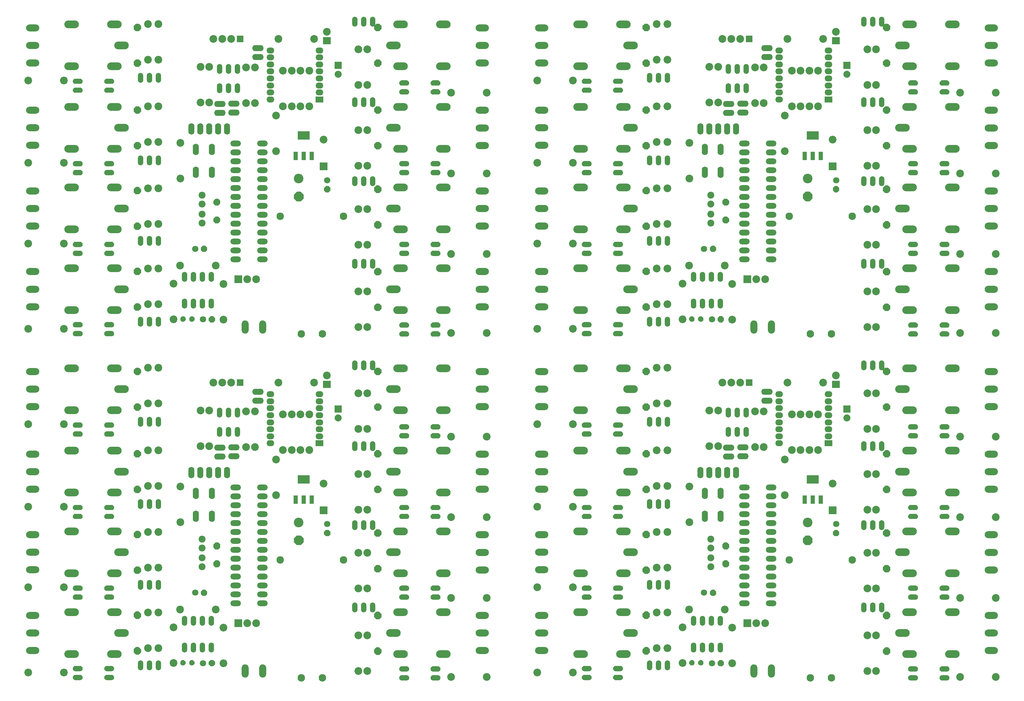
<source format=gbr>
G04 DipTrace 2.4.0.2*
%INBottomMask.gbr*%
%MOIN*%
%ADD14C,0.0787*%
%ADD35R,0.0787X0.0787*%
%ADD54O,0.0784X0.1489*%
%ADD56O,0.1489X0.0784*%
%ADD58C,0.0839*%
%ADD60O,0.0866X0.0669*%
%ADD62R,0.0866X0.0669*%
%ADD64O,0.1199X0.0639*%
%ADD66R,0.0866X0.0866*%
%ADD67O,0.1639X0.0859*%
%ADD69O,0.0679X0.1279*%
%ADD71C,0.0866*%
%ADD72C,0.0709*%
%ADD73R,0.0748X0.0748*%
%ADD75O,0.1279X0.0679*%
%ADD77O,0.0599X0.1119*%
%ADD79R,0.1358X0.0925*%
%ADD81R,0.0453X0.0925*%
%ADD85C,0.1079*%
%ADD87C,0.0779*%
%ADD90R,0.0866X0.0787*%
%ADD92C,0.0866*%
%FSLAX44Y44*%
G04*
G70*
G90*
G75*
G01*
%LNBotMask*%
%LPD*%
D92*
X39803Y78701D3*
D90*
Y77701D3*
G36*
X39989Y60669D2*
X40197Y60877D1*
Y61170D1*
X39989Y61378D1*
X39696D1*
X39488Y61170D1*
Y60877D1*
X39696Y60669D1*
X39989D1*
G37*
D72*
X39843Y62024D3*
D87*
X25797Y59350D3*
Y60350D3*
D85*
X36654Y62205D3*
G36*
X36877Y59665D2*
X37193Y59981D1*
Y60428D1*
X36877Y60744D1*
X36430D1*
X36114Y60428D1*
Y59981D1*
X36430Y59665D1*
X36877D1*
G37*
D87*
X25797Y58225D3*
Y57225D3*
G36*
X23961Y46581D2*
X23785Y46756D1*
X23537D1*
X23362Y46581D1*
Y46333D1*
X23537Y46157D1*
X23785D1*
X23961Y46333D1*
Y46581D1*
G37*
G36*
X24961D2*
X24785Y46756D1*
X24537D1*
X24362Y46581D1*
Y46333D1*
X24537Y46157D1*
X24785D1*
X24961Y46333D1*
Y46581D1*
G37*
G36*
X26378Y54477D2*
X26170Y54685D1*
X25877D1*
X25669Y54477D1*
Y54184D1*
X25877Y53976D1*
X26170D1*
X26378Y54184D1*
Y54477D1*
G37*
D72*
X25024Y54331D3*
G36*
X27260Y46564D2*
X27052Y46772D1*
X26759D1*
X26551Y46564D1*
Y46271D1*
X26759Y46063D1*
X27052D1*
X27260Y46271D1*
Y46564D1*
G37*
D72*
X25906Y46417D3*
G36*
X18717Y74746D2*
X18963Y74992D1*
Y75339D1*
X18717Y75585D1*
X18370D1*
X18124Y75339D1*
Y74992D1*
X18370Y74746D1*
X18717D1*
G37*
G36*
Y78746D2*
X18963Y78992D1*
Y79339D1*
X18717Y79585D1*
X18370D1*
X18124Y79339D1*
Y78992D1*
X18370Y78746D1*
X18717D1*
G37*
G36*
Y65494D2*
X18963Y65740D1*
Y66087D1*
X18717Y66333D1*
X18370D1*
X18124Y66087D1*
Y65740D1*
X18370Y65494D1*
X18717D1*
G37*
G36*
Y69494D2*
X18963Y69740D1*
Y70087D1*
X18717Y70333D1*
X18370D1*
X18124Y70087D1*
Y69740D1*
X18370Y69494D1*
X18717D1*
G37*
G36*
Y56439D2*
X18963Y56685D1*
Y57032D1*
X18717Y57278D1*
X18370D1*
X18124Y57032D1*
Y56685D1*
X18370Y56439D1*
X18717D1*
G37*
G36*
Y60439D2*
X18963Y60685D1*
Y61032D1*
X18717Y61278D1*
X18370D1*
X18124Y61032D1*
Y60685D1*
X18370Y60439D1*
X18717D1*
G37*
G36*
Y47384D2*
X18963Y47629D1*
Y47977D1*
X18717Y48223D1*
X18370D1*
X18124Y47977D1*
Y47629D1*
X18370Y47384D1*
X18717D1*
G37*
G36*
Y51384D2*
X18963Y51629D1*
Y51977D1*
X18717Y52223D1*
X18370D1*
X18124Y51977D1*
Y51629D1*
X18370Y51384D1*
X18717D1*
G37*
G36*
X45338Y52191D2*
X45092Y51945D1*
Y51598D1*
X45338Y51352D1*
X45686D1*
X45931Y51598D1*
Y51945D1*
X45686Y52191D1*
X45338D1*
G37*
G36*
Y48191D2*
X45092Y47945D1*
Y47598D1*
X45338Y47352D1*
X45686D1*
X45931Y47598D1*
Y47945D1*
X45686Y48191D1*
X45338D1*
G37*
G36*
Y61443D2*
X45092Y61197D1*
Y60850D1*
X45338Y60604D1*
X45686D1*
X45931Y60850D1*
Y61197D1*
X45686Y61443D1*
X45338D1*
G37*
G36*
Y57443D2*
X45092Y57197D1*
Y56850D1*
X45338Y56604D1*
X45686D1*
X45931Y56850D1*
Y57197D1*
X45686Y57443D1*
X45338D1*
G37*
G36*
Y70333D2*
X45092Y70087D1*
Y69740D1*
X45338Y69494D1*
X45686D1*
X45931Y69740D1*
Y70087D1*
X45686Y70333D1*
X45338D1*
G37*
G36*
Y66333D2*
X45092Y66087D1*
Y65740D1*
X45338Y65494D1*
X45686D1*
X45931Y65740D1*
Y66087D1*
X45686Y66333D1*
X45338D1*
G37*
G36*
Y79585D2*
X45092Y79339D1*
Y78992D1*
X45338Y78746D1*
X45686D1*
X45931Y78992D1*
Y79339D1*
X45686Y79585D1*
X45338D1*
G37*
G36*
Y75585D2*
X45092Y75339D1*
Y74992D1*
X45338Y74746D1*
X45686D1*
X45931Y74992D1*
Y75339D1*
X45686Y75585D1*
X45338D1*
G37*
D14*
X41063Y73921D3*
D35*
Y74921D3*
D81*
X38116Y64769D3*
X37211D3*
X36305D3*
D79*
X37211Y67053D3*
D77*
X26850Y51181D3*
X25850D3*
Y48181D3*
X26850D3*
X24850Y51181D3*
X23850D3*
X24850Y48181D3*
X23850D3*
D75*
X29370Y70630D3*
Y69630D3*
D73*
X30086Y77904D3*
D71*
X29086D3*
X28086D3*
X27086D3*
D75*
X32080Y75859D3*
Y76859D3*
X27795Y70591D3*
Y69591D3*
D69*
X28622Y67795D3*
X27622D3*
X26622D3*
X25622D3*
X24622D3*
D67*
X16781Y77165D3*
X15981Y79515D3*
Y74815D3*
X11181D3*
Y79515D3*
X16781Y67913D3*
X15981Y70263D3*
Y65563D3*
X11181D3*
Y70263D3*
X16781Y58858D3*
X15981Y61208D3*
Y56508D3*
X11181D3*
Y61208D3*
X16781Y49803D3*
X15981Y52153D3*
Y47453D3*
X11181D3*
Y52153D3*
X47274Y49803D3*
X48074Y47453D3*
Y52153D3*
X52874D3*
Y47453D3*
X47274Y58858D3*
X48074Y56508D3*
Y61208D3*
X52874D3*
Y56508D3*
X47274Y67913D3*
X48074Y65563D3*
Y70263D3*
X52874D3*
Y65563D3*
X47274Y77165D3*
X48074Y74815D3*
Y79515D3*
X52874D3*
Y74815D3*
D66*
X39449Y63583D3*
D71*
Y66575D3*
G36*
X11303Y73114D2*
X11311Y73068D1*
X11325Y73023D1*
X11347Y72981D1*
X11374Y72943D1*
X11408Y72910D1*
X11446Y72882D1*
X11487Y72861D1*
X11532Y72847D1*
X11579Y72839D1*
X12146D1*
X12192Y72847D1*
X12237Y72861D1*
X12279Y72882D1*
X12317Y72910D1*
X12350Y72943D1*
X12377Y72981D1*
X12399Y73023D1*
X12413Y73068D1*
X12421Y73114D1*
Y73161D1*
X12413Y73208D1*
X12399Y73252D1*
X12377Y73294D1*
X12350Y73332D1*
X12317Y73366D1*
X12279Y73393D1*
X12237Y73414D1*
X12192Y73429D1*
X12146Y73436D1*
X11579D1*
X11532Y73429D1*
X11487Y73414D1*
X11446Y73393D1*
X11408Y73366D1*
X11374Y73332D1*
X11347Y73294D1*
X11325Y73252D1*
X11311Y73208D1*
X11303Y73161D1*
Y73114D1*
G37*
G36*
Y72114D2*
X11311Y72068D1*
X11325Y72023D1*
X11347Y71981D1*
X11374Y71943D1*
X11408Y71910D1*
X11446Y71882D1*
X11487Y71861D1*
X11532Y71847D1*
X11579Y71839D1*
X12146D1*
X12192Y71847D1*
X12237Y71861D1*
X12279Y71882D1*
X12317Y71910D1*
X12350Y71943D1*
X12377Y71981D1*
X12399Y72023D1*
X12413Y72068D1*
X12421Y72114D1*
Y72161D1*
X12413Y72208D1*
X12399Y72252D1*
X12377Y72294D1*
X12350Y72332D1*
X12317Y72366D1*
X12279Y72393D1*
X12237Y72414D1*
X12192Y72429D1*
X12146Y72436D1*
X11579D1*
X11532Y72429D1*
X11487Y72414D1*
X11446Y72393D1*
X11408Y72366D1*
X11374Y72332D1*
X11347Y72294D1*
X11325Y72252D1*
X11311Y72208D1*
X11303Y72161D1*
Y72114D1*
G37*
G36*
X15941Y72161D2*
X15933Y72208D1*
X15919Y72252D1*
X15897Y72294D1*
X15870Y72332D1*
X15837Y72366D1*
X15799Y72393D1*
X15757Y72414D1*
X15712Y72429D1*
X15666Y72436D1*
X15099D1*
X15052Y72429D1*
X15007Y72414D1*
X14966Y72393D1*
X14928Y72366D1*
X14894Y72332D1*
X14867Y72294D1*
X14845Y72252D1*
X14831Y72208D1*
X14823Y72161D1*
Y72114D1*
X14831Y72068D1*
X14845Y72023D1*
X14867Y71981D1*
X14894Y71943D1*
X14928Y71910D1*
X14966Y71882D1*
X15007Y71861D1*
X15052Y71847D1*
X15099Y71839D1*
X15666D1*
X15712Y71847D1*
X15757Y71861D1*
X15799Y71882D1*
X15837Y71910D1*
X15870Y71943D1*
X15897Y71981D1*
X15919Y72023D1*
X15933Y72068D1*
X15941Y72114D1*
Y72161D1*
G37*
G36*
Y73161D2*
X15933Y73208D1*
X15919Y73252D1*
X15897Y73294D1*
X15870Y73332D1*
X15837Y73366D1*
X15799Y73393D1*
X15757Y73414D1*
X15712Y73429D1*
X15666Y73436D1*
X15099D1*
X15052Y73429D1*
X15007Y73414D1*
X14966Y73393D1*
X14928Y73366D1*
X14894Y73332D1*
X14867Y73294D1*
X14845Y73252D1*
X14831Y73208D1*
X14823Y73161D1*
Y73114D1*
X14831Y73068D1*
X14845Y73023D1*
X14867Y72981D1*
X14894Y72943D1*
X14928Y72910D1*
X14966Y72882D1*
X15007Y72861D1*
X15052Y72847D1*
X15099Y72839D1*
X15666D1*
X15712Y72847D1*
X15757Y72861D1*
X15799Y72882D1*
X15837Y72910D1*
X15870Y72943D1*
X15897Y72981D1*
X15919Y73023D1*
X15933Y73068D1*
X15941Y73114D1*
Y73161D1*
G37*
G36*
X11303Y63862D2*
X11311Y63816D1*
X11325Y63771D1*
X11347Y63729D1*
X11374Y63691D1*
X11408Y63658D1*
X11446Y63630D1*
X11487Y63609D1*
X11532Y63595D1*
X11579Y63587D1*
X12146D1*
X12192Y63595D1*
X12237Y63609D1*
X12279Y63630D1*
X12317Y63658D1*
X12350Y63691D1*
X12377Y63729D1*
X12399Y63771D1*
X12413Y63816D1*
X12421Y63862D1*
Y63909D1*
X12413Y63956D1*
X12399Y64000D1*
X12377Y64042D1*
X12350Y64080D1*
X12317Y64114D1*
X12279Y64141D1*
X12237Y64163D1*
X12192Y64177D1*
X12146Y64184D1*
X11579D1*
X11532Y64177D1*
X11487Y64163D1*
X11446Y64141D1*
X11408Y64114D1*
X11374Y64080D1*
X11347Y64042D1*
X11325Y64000D1*
X11311Y63956D1*
X11303Y63909D1*
Y63862D1*
G37*
G36*
Y62862D2*
X11311Y62816D1*
X11325Y62771D1*
X11347Y62729D1*
X11374Y62691D1*
X11408Y62658D1*
X11446Y62630D1*
X11487Y62609D1*
X11532Y62595D1*
X11579Y62587D1*
X12146D1*
X12192Y62595D1*
X12237Y62609D1*
X12279Y62630D1*
X12317Y62658D1*
X12350Y62691D1*
X12377Y62729D1*
X12399Y62771D1*
X12413Y62816D1*
X12421Y62862D1*
Y62909D1*
X12413Y62956D1*
X12399Y63000D1*
X12377Y63042D1*
X12350Y63080D1*
X12317Y63114D1*
X12279Y63141D1*
X12237Y63163D1*
X12192Y63177D1*
X12146Y63184D1*
X11579D1*
X11532Y63177D1*
X11487Y63163D1*
X11446Y63141D1*
X11408Y63114D1*
X11374Y63080D1*
X11347Y63042D1*
X11325Y63000D1*
X11311Y62956D1*
X11303Y62909D1*
Y62862D1*
G37*
G36*
X15941Y62909D2*
X15933Y62956D1*
X15919Y63000D1*
X15897Y63042D1*
X15870Y63080D1*
X15837Y63114D1*
X15799Y63141D1*
X15757Y63163D1*
X15712Y63177D1*
X15666Y63184D1*
X15099D1*
X15052Y63177D1*
X15007Y63163D1*
X14966Y63141D1*
X14928Y63114D1*
X14894Y63080D1*
X14867Y63042D1*
X14845Y63000D1*
X14831Y62956D1*
X14823Y62909D1*
Y62862D1*
X14831Y62816D1*
X14845Y62771D1*
X14867Y62729D1*
X14894Y62691D1*
X14928Y62658D1*
X14966Y62630D1*
X15007Y62609D1*
X15052Y62595D1*
X15099Y62587D1*
X15666D1*
X15712Y62595D1*
X15757Y62609D1*
X15799Y62630D1*
X15837Y62658D1*
X15870Y62691D1*
X15897Y62729D1*
X15919Y62771D1*
X15933Y62816D1*
X15941Y62862D1*
Y62909D1*
G37*
G36*
Y63909D2*
X15933Y63956D1*
X15919Y64000D1*
X15897Y64042D1*
X15870Y64080D1*
X15837Y64114D1*
X15799Y64141D1*
X15757Y64163D1*
X15712Y64177D1*
X15666Y64184D1*
X15099D1*
X15052Y64177D1*
X15007Y64163D1*
X14966Y64141D1*
X14928Y64114D1*
X14894Y64080D1*
X14867Y64042D1*
X14845Y64000D1*
X14831Y63956D1*
X14823Y63909D1*
Y63862D1*
X14831Y63816D1*
X14845Y63771D1*
X14867Y63729D1*
X14894Y63691D1*
X14928Y63658D1*
X14966Y63630D1*
X15007Y63609D1*
X15052Y63595D1*
X15099Y63587D1*
X15666D1*
X15712Y63595D1*
X15757Y63609D1*
X15799Y63630D1*
X15837Y63658D1*
X15870Y63691D1*
X15897Y63729D1*
X15919Y63771D1*
X15933Y63816D1*
X15941Y63862D1*
Y63909D1*
G37*
G36*
X11303Y54807D2*
X11311Y54761D1*
X11325Y54716D1*
X11347Y54674D1*
X11374Y54636D1*
X11408Y54603D1*
X11446Y54575D1*
X11487Y54554D1*
X11532Y54539D1*
X11579Y54532D1*
X12146D1*
X12192Y54539D1*
X12237Y54554D1*
X12279Y54575D1*
X12317Y54603D1*
X12350Y54636D1*
X12377Y54674D1*
X12399Y54716D1*
X12413Y54761D1*
X12421Y54807D1*
Y54854D1*
X12413Y54901D1*
X12399Y54945D1*
X12377Y54987D1*
X12350Y55025D1*
X12317Y55058D1*
X12279Y55086D1*
X12237Y55107D1*
X12192Y55122D1*
X12146Y55129D1*
X11579D1*
X11532Y55122D1*
X11487Y55107D1*
X11446Y55086D1*
X11408Y55058D1*
X11374Y55025D1*
X11347Y54987D1*
X11325Y54945D1*
X11311Y54901D1*
X11303Y54854D1*
Y54807D1*
G37*
G36*
Y53807D2*
X11311Y53761D1*
X11325Y53716D1*
X11347Y53674D1*
X11374Y53636D1*
X11408Y53603D1*
X11446Y53575D1*
X11487Y53554D1*
X11532Y53539D1*
X11579Y53532D1*
X12146D1*
X12192Y53539D1*
X12237Y53554D1*
X12279Y53575D1*
X12317Y53603D1*
X12350Y53636D1*
X12377Y53674D1*
X12399Y53716D1*
X12413Y53761D1*
X12421Y53807D1*
Y53854D1*
X12413Y53901D1*
X12399Y53945D1*
X12377Y53987D1*
X12350Y54025D1*
X12317Y54058D1*
X12279Y54086D1*
X12237Y54107D1*
X12192Y54122D1*
X12146Y54129D1*
X11579D1*
X11532Y54122D1*
X11487Y54107D1*
X11446Y54086D1*
X11408Y54058D1*
X11374Y54025D1*
X11347Y53987D1*
X11325Y53945D1*
X11311Y53901D1*
X11303Y53854D1*
Y53807D1*
G37*
G36*
X15941Y53854D2*
X15933Y53901D1*
X15919Y53945D1*
X15897Y53987D1*
X15870Y54025D1*
X15837Y54058D1*
X15799Y54086D1*
X15757Y54107D1*
X15712Y54122D1*
X15666Y54129D1*
X15099D1*
X15052Y54122D1*
X15007Y54107D1*
X14966Y54086D1*
X14928Y54058D1*
X14894Y54025D1*
X14867Y53987D1*
X14845Y53945D1*
X14831Y53901D1*
X14823Y53854D1*
Y53807D1*
X14831Y53761D1*
X14845Y53716D1*
X14867Y53674D1*
X14894Y53636D1*
X14928Y53603D1*
X14966Y53575D1*
X15007Y53554D1*
X15052Y53539D1*
X15099Y53532D1*
X15666D1*
X15712Y53539D1*
X15757Y53554D1*
X15799Y53575D1*
X15837Y53603D1*
X15870Y53636D1*
X15897Y53674D1*
X15919Y53716D1*
X15933Y53761D1*
X15941Y53807D1*
Y53854D1*
G37*
G36*
Y54854D2*
X15933Y54901D1*
X15919Y54945D1*
X15897Y54987D1*
X15870Y55025D1*
X15837Y55058D1*
X15799Y55086D1*
X15757Y55107D1*
X15712Y55122D1*
X15666Y55129D1*
X15099D1*
X15052Y55122D1*
X15007Y55107D1*
X14966Y55086D1*
X14928Y55058D1*
X14894Y55025D1*
X14867Y54987D1*
X14845Y54945D1*
X14831Y54901D1*
X14823Y54854D1*
Y54807D1*
X14831Y54761D1*
X14845Y54716D1*
X14867Y54674D1*
X14894Y54636D1*
X14928Y54603D1*
X14966Y54575D1*
X15007Y54554D1*
X15052Y54539D1*
X15099Y54532D1*
X15666D1*
X15712Y54539D1*
X15757Y54554D1*
X15799Y54575D1*
X15837Y54603D1*
X15870Y54636D1*
X15897Y54674D1*
X15919Y54716D1*
X15933Y54761D1*
X15941Y54807D1*
Y54854D1*
G37*
G36*
X11303Y45791D2*
X11311Y45745D1*
X11325Y45700D1*
X11347Y45658D1*
X11374Y45620D1*
X11408Y45587D1*
X11446Y45560D1*
X11487Y45538D1*
X11532Y45524D1*
X11579Y45516D1*
X12146D1*
X12192Y45524D1*
X12237Y45538D1*
X12279Y45560D1*
X12317Y45587D1*
X12350Y45620D1*
X12377Y45658D1*
X12399Y45700D1*
X12413Y45745D1*
X12421Y45791D1*
Y45838D1*
X12413Y45885D1*
X12399Y45930D1*
X12377Y45971D1*
X12350Y46009D1*
X12317Y46043D1*
X12279Y46070D1*
X12237Y46092D1*
X12192Y46106D1*
X12146Y46114D1*
X11579D1*
X11532Y46106D1*
X11487Y46092D1*
X11446Y46070D1*
X11408Y46043D1*
X11374Y46009D1*
X11347Y45971D1*
X11325Y45930D1*
X11311Y45885D1*
X11303Y45838D1*
Y45791D1*
G37*
G36*
Y44791D2*
X11311Y44745D1*
X11325Y44700D1*
X11347Y44658D1*
X11374Y44620D1*
X11408Y44587D1*
X11446Y44560D1*
X11487Y44538D1*
X11532Y44524D1*
X11579Y44516D1*
X12146D1*
X12192Y44524D1*
X12237Y44538D1*
X12279Y44560D1*
X12317Y44587D1*
X12350Y44620D1*
X12377Y44658D1*
X12399Y44700D1*
X12413Y44745D1*
X12421Y44791D1*
Y44838D1*
X12413Y44885D1*
X12399Y44930D1*
X12377Y44971D1*
X12350Y45009D1*
X12317Y45043D1*
X12279Y45070D1*
X12237Y45092D1*
X12192Y45106D1*
X12146Y45114D1*
X11579D1*
X11532Y45106D1*
X11487Y45092D1*
X11446Y45070D1*
X11408Y45043D1*
X11374Y45009D1*
X11347Y44971D1*
X11325Y44930D1*
X11311Y44885D1*
X11303Y44838D1*
Y44791D1*
G37*
G36*
X15941Y44838D2*
X15933Y44885D1*
X15919Y44930D1*
X15897Y44971D1*
X15870Y45009D1*
X15837Y45043D1*
X15799Y45070D1*
X15757Y45092D1*
X15712Y45106D1*
X15666Y45114D1*
X15099D1*
X15052Y45106D1*
X15007Y45092D1*
X14966Y45070D1*
X14928Y45043D1*
X14894Y45009D1*
X14867Y44971D1*
X14845Y44930D1*
X14831Y44885D1*
X14823Y44838D1*
Y44791D1*
X14831Y44745D1*
X14845Y44700D1*
X14867Y44658D1*
X14894Y44620D1*
X14928Y44587D1*
X14966Y44560D1*
X15007Y44538D1*
X15052Y44524D1*
X15099Y44516D1*
X15666D1*
X15712Y44524D1*
X15757Y44538D1*
X15799Y44560D1*
X15837Y44587D1*
X15870Y44620D1*
X15897Y44658D1*
X15919Y44700D1*
X15933Y44745D1*
X15941Y44791D1*
Y44838D1*
G37*
G36*
Y45838D2*
X15933Y45885D1*
X15919Y45930D1*
X15897Y45971D1*
X15870Y46009D1*
X15837Y46043D1*
X15799Y46070D1*
X15757Y46092D1*
X15712Y46106D1*
X15666Y46114D1*
X15099D1*
X15052Y46106D1*
X15007Y46092D1*
X14966Y46070D1*
X14928Y46043D1*
X14894Y46009D1*
X14867Y45971D1*
X14845Y45930D1*
X14831Y45885D1*
X14823Y45838D1*
Y45791D1*
X14831Y45745D1*
X14845Y45700D1*
X14867Y45658D1*
X14894Y45620D1*
X14928Y45587D1*
X14966Y45560D1*
X15007Y45538D1*
X15052Y45524D1*
X15099Y45516D1*
X15666D1*
X15712Y45524D1*
X15757Y45538D1*
X15799Y45560D1*
X15837Y45587D1*
X15870Y45620D1*
X15897Y45658D1*
X15919Y45700D1*
X15933Y45745D1*
X15941Y45791D1*
Y45838D1*
G37*
G36*
X52555Y44799D2*
X52547Y44846D1*
X52533Y44890D1*
X52512Y44932D1*
X52484Y44970D1*
X52451Y45003D1*
X52413Y45031D1*
X52371Y45052D1*
X52326Y45067D1*
X52280Y45074D1*
X51713D1*
X51666Y45067D1*
X51622Y45052D1*
X51580Y45031D1*
X51542Y45003D1*
X51508Y44970D1*
X51481Y44932D1*
X51460Y44890D1*
X51445Y44846D1*
X51438Y44799D1*
Y44752D1*
X51445Y44706D1*
X51460Y44661D1*
X51481Y44619D1*
X51508Y44581D1*
X51542Y44548D1*
X51580Y44520D1*
X51622Y44499D1*
X51666Y44484D1*
X51713Y44477D1*
X52280D1*
X52326Y44484D1*
X52371Y44499D1*
X52413Y44520D1*
X52451Y44548D1*
X52484Y44581D1*
X52512Y44619D1*
X52533Y44661D1*
X52547Y44706D1*
X52555Y44752D1*
Y44799D1*
G37*
G36*
Y45799D2*
X52547Y45846D1*
X52533Y45890D1*
X52512Y45932D1*
X52484Y45970D1*
X52451Y46003D1*
X52413Y46031D1*
X52371Y46052D1*
X52326Y46067D1*
X52280Y46074D1*
X51713D1*
X51666Y46067D1*
X51622Y46052D1*
X51580Y46031D1*
X51542Y46003D1*
X51508Y45970D1*
X51481Y45932D1*
X51460Y45890D1*
X51445Y45846D1*
X51438Y45799D1*
Y45752D1*
X51445Y45706D1*
X51460Y45661D1*
X51481Y45619D1*
X51508Y45581D1*
X51542Y45548D1*
X51580Y45520D1*
X51622Y45499D1*
X51666Y45484D1*
X51713Y45477D1*
X52280D1*
X52326Y45484D1*
X52371Y45499D1*
X52413Y45520D1*
X52451Y45548D1*
X52484Y45581D1*
X52512Y45619D1*
X52533Y45661D1*
X52547Y45706D1*
X52555Y45752D1*
Y45799D1*
G37*
G36*
X47918Y45752D2*
X47925Y45706D1*
X47940Y45661D1*
X47961Y45619D1*
X47988Y45581D1*
X48022Y45548D1*
X48060Y45520D1*
X48102Y45499D1*
X48146Y45484D1*
X48193Y45477D1*
X48760D1*
X48806Y45484D1*
X48851Y45499D1*
X48893Y45520D1*
X48931Y45548D1*
X48964Y45581D1*
X48992Y45619D1*
X49013Y45661D1*
X49027Y45706D1*
X49035Y45752D1*
Y45799D1*
X49027Y45846D1*
X49013Y45890D1*
X48992Y45932D1*
X48964Y45970D1*
X48931Y46003D1*
X48893Y46031D1*
X48851Y46052D1*
X48806Y46067D1*
X48760Y46074D1*
X48193D1*
X48146Y46067D1*
X48102Y46052D1*
X48060Y46031D1*
X48022Y46003D1*
X47988Y45970D1*
X47961Y45932D1*
X47940Y45890D1*
X47925Y45846D1*
X47918Y45799D1*
Y45752D1*
G37*
G36*
Y44752D2*
X47925Y44706D1*
X47940Y44661D1*
X47961Y44619D1*
X47988Y44581D1*
X48022Y44548D1*
X48060Y44520D1*
X48102Y44499D1*
X48146Y44484D1*
X48193Y44477D1*
X48760D1*
X48806Y44484D1*
X48851Y44499D1*
X48893Y44520D1*
X48931Y44548D1*
X48964Y44581D1*
X48992Y44619D1*
X49013Y44661D1*
X49027Y44706D1*
X49035Y44752D1*
Y44799D1*
X49027Y44846D1*
X49013Y44890D1*
X48992Y44932D1*
X48964Y44970D1*
X48931Y45003D1*
X48893Y45031D1*
X48851Y45052D1*
X48806Y45067D1*
X48760Y45074D1*
X48193D1*
X48146Y45067D1*
X48102Y45052D1*
X48060Y45031D1*
X48022Y45003D1*
X47988Y44970D1*
X47961Y44932D1*
X47940Y44890D1*
X47925Y44846D1*
X47918Y44799D1*
Y44752D1*
G37*
G36*
X52555Y53854D2*
X52547Y53901D1*
X52533Y53945D1*
X52512Y53987D1*
X52484Y54025D1*
X52451Y54058D1*
X52413Y54086D1*
X52371Y54107D1*
X52326Y54122D1*
X52280Y54129D1*
X51713D1*
X51666Y54122D1*
X51622Y54107D1*
X51580Y54086D1*
X51542Y54058D1*
X51508Y54025D1*
X51481Y53987D1*
X51460Y53945D1*
X51445Y53901D1*
X51438Y53854D1*
Y53807D1*
X51445Y53761D1*
X51460Y53716D1*
X51481Y53674D1*
X51508Y53636D1*
X51542Y53603D1*
X51580Y53575D1*
X51622Y53554D1*
X51666Y53539D1*
X51713Y53532D1*
X52280D1*
X52326Y53539D1*
X52371Y53554D1*
X52413Y53575D1*
X52451Y53603D1*
X52484Y53636D1*
X52512Y53674D1*
X52533Y53716D1*
X52547Y53761D1*
X52555Y53807D1*
Y53854D1*
G37*
G36*
Y54854D2*
X52547Y54901D1*
X52533Y54945D1*
X52512Y54987D1*
X52484Y55025D1*
X52451Y55058D1*
X52413Y55086D1*
X52371Y55107D1*
X52326Y55122D1*
X52280Y55129D1*
X51713D1*
X51666Y55122D1*
X51622Y55107D1*
X51580Y55086D1*
X51542Y55058D1*
X51508Y55025D1*
X51481Y54987D1*
X51460Y54945D1*
X51445Y54901D1*
X51438Y54854D1*
Y54807D1*
X51445Y54761D1*
X51460Y54716D1*
X51481Y54674D1*
X51508Y54636D1*
X51542Y54603D1*
X51580Y54575D1*
X51622Y54554D1*
X51666Y54539D1*
X51713Y54532D1*
X52280D1*
X52326Y54539D1*
X52371Y54554D1*
X52413Y54575D1*
X52451Y54603D1*
X52484Y54636D1*
X52512Y54674D1*
X52533Y54716D1*
X52547Y54761D1*
X52555Y54807D1*
Y54854D1*
G37*
G36*
X47918Y54807D2*
X47925Y54761D1*
X47940Y54716D1*
X47961Y54674D1*
X47988Y54636D1*
X48022Y54603D1*
X48060Y54575D1*
X48102Y54554D1*
X48146Y54539D1*
X48193Y54532D1*
X48760D1*
X48806Y54539D1*
X48851Y54554D1*
X48893Y54575D1*
X48931Y54603D1*
X48964Y54636D1*
X48992Y54674D1*
X49013Y54716D1*
X49027Y54761D1*
X49035Y54807D1*
Y54854D1*
X49027Y54901D1*
X49013Y54945D1*
X48992Y54987D1*
X48964Y55025D1*
X48931Y55058D1*
X48893Y55086D1*
X48851Y55107D1*
X48806Y55122D1*
X48760Y55129D1*
X48193D1*
X48146Y55122D1*
X48102Y55107D1*
X48060Y55086D1*
X48022Y55058D1*
X47988Y55025D1*
X47961Y54987D1*
X47940Y54945D1*
X47925Y54901D1*
X47918Y54854D1*
Y54807D1*
G37*
G36*
Y53807D2*
X47925Y53761D1*
X47940Y53716D1*
X47961Y53674D1*
X47988Y53636D1*
X48022Y53603D1*
X48060Y53575D1*
X48102Y53554D1*
X48146Y53539D1*
X48193Y53532D1*
X48760D1*
X48806Y53539D1*
X48851Y53554D1*
X48893Y53575D1*
X48931Y53603D1*
X48964Y53636D1*
X48992Y53674D1*
X49013Y53716D1*
X49027Y53761D1*
X49035Y53807D1*
Y53854D1*
X49027Y53901D1*
X49013Y53945D1*
X48992Y53987D1*
X48964Y54025D1*
X48931Y54058D1*
X48893Y54086D1*
X48851Y54107D1*
X48806Y54122D1*
X48760Y54129D1*
X48193D1*
X48146Y54122D1*
X48102Y54107D1*
X48060Y54086D1*
X48022Y54058D1*
X47988Y54025D1*
X47961Y53987D1*
X47940Y53945D1*
X47925Y53901D1*
X47918Y53854D1*
Y53807D1*
G37*
G36*
X52555Y62909D2*
X52547Y62956D1*
X52533Y63000D1*
X52512Y63042D1*
X52484Y63080D1*
X52451Y63114D1*
X52413Y63141D1*
X52371Y63163D1*
X52326Y63177D1*
X52280Y63184D1*
X51713D1*
X51666Y63177D1*
X51622Y63163D1*
X51580Y63141D1*
X51542Y63114D1*
X51508Y63080D1*
X51481Y63042D1*
X51460Y63000D1*
X51445Y62956D1*
X51438Y62909D1*
Y62862D1*
X51445Y62816D1*
X51460Y62771D1*
X51481Y62729D1*
X51508Y62691D1*
X51542Y62658D1*
X51580Y62630D1*
X51622Y62609D1*
X51666Y62595D1*
X51713Y62587D1*
X52280D1*
X52326Y62595D1*
X52371Y62609D1*
X52413Y62630D1*
X52451Y62658D1*
X52484Y62691D1*
X52512Y62729D1*
X52533Y62771D1*
X52547Y62816D1*
X52555Y62862D1*
Y62909D1*
G37*
G36*
Y63909D2*
X52547Y63956D1*
X52533Y64000D1*
X52512Y64042D1*
X52484Y64080D1*
X52451Y64114D1*
X52413Y64141D1*
X52371Y64163D1*
X52326Y64177D1*
X52280Y64184D1*
X51713D1*
X51666Y64177D1*
X51622Y64163D1*
X51580Y64141D1*
X51542Y64114D1*
X51508Y64080D1*
X51481Y64042D1*
X51460Y64000D1*
X51445Y63956D1*
X51438Y63909D1*
Y63862D1*
X51445Y63816D1*
X51460Y63771D1*
X51481Y63729D1*
X51508Y63691D1*
X51542Y63658D1*
X51580Y63630D1*
X51622Y63609D1*
X51666Y63595D1*
X51713Y63587D1*
X52280D1*
X52326Y63595D1*
X52371Y63609D1*
X52413Y63630D1*
X52451Y63658D1*
X52484Y63691D1*
X52512Y63729D1*
X52533Y63771D1*
X52547Y63816D1*
X52555Y63862D1*
Y63909D1*
G37*
G36*
X47918Y63862D2*
X47925Y63816D1*
X47940Y63771D1*
X47961Y63729D1*
X47988Y63691D1*
X48022Y63658D1*
X48060Y63630D1*
X48102Y63609D1*
X48146Y63595D1*
X48193Y63587D1*
X48760D1*
X48806Y63595D1*
X48851Y63609D1*
X48893Y63630D1*
X48931Y63658D1*
X48964Y63691D1*
X48992Y63729D1*
X49013Y63771D1*
X49027Y63816D1*
X49035Y63862D1*
Y63909D1*
X49027Y63956D1*
X49013Y64000D1*
X48992Y64042D1*
X48964Y64080D1*
X48931Y64114D1*
X48893Y64141D1*
X48851Y64163D1*
X48806Y64177D1*
X48760Y64184D1*
X48193D1*
X48146Y64177D1*
X48102Y64163D1*
X48060Y64141D1*
X48022Y64114D1*
X47988Y64080D1*
X47961Y64042D1*
X47940Y64000D1*
X47925Y63956D1*
X47918Y63909D1*
Y63862D1*
G37*
G36*
Y62862D2*
X47925Y62816D1*
X47940Y62771D1*
X47961Y62729D1*
X47988Y62691D1*
X48022Y62658D1*
X48060Y62630D1*
X48102Y62609D1*
X48146Y62595D1*
X48193Y62587D1*
X48760D1*
X48806Y62595D1*
X48851Y62609D1*
X48893Y62630D1*
X48931Y62658D1*
X48964Y62691D1*
X48992Y62729D1*
X49013Y62771D1*
X49027Y62816D1*
X49035Y62862D1*
Y62909D1*
X49027Y62956D1*
X49013Y63000D1*
X48992Y63042D1*
X48964Y63080D1*
X48931Y63114D1*
X48893Y63141D1*
X48851Y63163D1*
X48806Y63177D1*
X48760Y63184D1*
X48193D1*
X48146Y63177D1*
X48102Y63163D1*
X48060Y63141D1*
X48022Y63114D1*
X47988Y63080D1*
X47961Y63042D1*
X47940Y63000D1*
X47925Y62956D1*
X47918Y62909D1*
Y62862D1*
G37*
G36*
X52555Y71964D2*
X52547Y72011D1*
X52533Y72056D1*
X52512Y72097D1*
X52484Y72135D1*
X52451Y72169D1*
X52413Y72196D1*
X52371Y72218D1*
X52326Y72232D1*
X52280Y72240D1*
X51713D1*
X51666Y72232D1*
X51622Y72218D1*
X51580Y72196D1*
X51542Y72169D1*
X51508Y72135D1*
X51481Y72097D1*
X51460Y72056D1*
X51445Y72011D1*
X51438Y71964D1*
Y71917D1*
X51445Y71871D1*
X51460Y71826D1*
X51481Y71784D1*
X51508Y71746D1*
X51542Y71713D1*
X51580Y71686D1*
X51622Y71664D1*
X51666Y71650D1*
X51713Y71642D1*
X52280D1*
X52326Y71650D1*
X52371Y71664D1*
X52413Y71686D1*
X52451Y71713D1*
X52484Y71746D1*
X52512Y71784D1*
X52533Y71826D1*
X52547Y71871D1*
X52555Y71917D1*
Y71964D1*
G37*
G36*
Y72964D2*
X52547Y73011D1*
X52533Y73056D1*
X52512Y73097D1*
X52484Y73135D1*
X52451Y73169D1*
X52413Y73196D1*
X52371Y73218D1*
X52326Y73232D1*
X52280Y73240D1*
X51713D1*
X51666Y73232D1*
X51622Y73218D1*
X51580Y73196D1*
X51542Y73169D1*
X51508Y73135D1*
X51481Y73097D1*
X51460Y73056D1*
X51445Y73011D1*
X51438Y72964D1*
Y72917D1*
X51445Y72871D1*
X51460Y72826D1*
X51481Y72784D1*
X51508Y72746D1*
X51542Y72713D1*
X51580Y72686D1*
X51622Y72664D1*
X51666Y72650D1*
X51713Y72642D1*
X52280D1*
X52326Y72650D1*
X52371Y72664D1*
X52413Y72686D1*
X52451Y72713D1*
X52484Y72746D1*
X52512Y72784D1*
X52533Y72826D1*
X52547Y72871D1*
X52555Y72917D1*
Y72964D1*
G37*
G36*
X47918Y72917D2*
X47925Y72871D1*
X47940Y72826D1*
X47961Y72784D1*
X47988Y72746D1*
X48022Y72713D1*
X48060Y72686D1*
X48102Y72664D1*
X48146Y72650D1*
X48193Y72642D1*
X48760D1*
X48806Y72650D1*
X48851Y72664D1*
X48893Y72686D1*
X48931Y72713D1*
X48964Y72746D1*
X48992Y72784D1*
X49013Y72826D1*
X49027Y72871D1*
X49035Y72917D1*
Y72964D1*
X49027Y73011D1*
X49013Y73056D1*
X48992Y73097D1*
X48964Y73135D1*
X48931Y73169D1*
X48893Y73196D1*
X48851Y73218D1*
X48806Y73232D1*
X48760Y73240D1*
X48193D1*
X48146Y73232D1*
X48102Y73218D1*
X48060Y73196D1*
X48022Y73169D1*
X47988Y73135D1*
X47961Y73097D1*
X47940Y73056D1*
X47925Y73011D1*
X47918Y72964D1*
Y72917D1*
G37*
G36*
Y71917D2*
X47925Y71871D1*
X47940Y71826D1*
X47961Y71784D1*
X47988Y71746D1*
X48022Y71713D1*
X48060Y71686D1*
X48102Y71664D1*
X48146Y71650D1*
X48193Y71642D1*
X48760D1*
X48806Y71650D1*
X48851Y71664D1*
X48893Y71686D1*
X48931Y71713D1*
X48964Y71746D1*
X48992Y71784D1*
X49013Y71826D1*
X49027Y71871D1*
X49035Y71917D1*
Y71964D1*
X49027Y72011D1*
X49013Y72056D1*
X48992Y72097D1*
X48964Y72135D1*
X48931Y72169D1*
X48893Y72196D1*
X48851Y72218D1*
X48806Y72232D1*
X48760Y72240D1*
X48193D1*
X48146Y72232D1*
X48102Y72218D1*
X48060Y72196D1*
X48022Y72169D1*
X47988Y72135D1*
X47961Y72097D1*
X47940Y72056D1*
X47925Y72011D1*
X47918Y71964D1*
Y71917D1*
G37*
G36*
X27072Y57413D2*
X27300Y57185D1*
X27623D1*
X27851Y57413D1*
Y57736D1*
X27623Y57964D1*
X27300D1*
X27072Y57736D1*
Y57413D1*
G37*
G36*
Y59413D2*
X27300Y59185D1*
X27623D1*
X27851Y59413D1*
Y59736D1*
X27623Y59964D1*
X27300D1*
X27072Y59736D1*
Y59413D1*
G37*
D77*
X18921Y73516D3*
X20921D3*
X19921D3*
X18921Y64264D3*
X20921D3*
X19921D3*
X18921Y55209D3*
X20921D3*
X19921D3*
X18921Y46154D3*
X20921D3*
X19921D3*
X44937Y52665D3*
X42937D3*
X43937D3*
X44937Y61917D3*
X42937D3*
X43937D3*
X44937Y70776D3*
X42937D3*
X43937D3*
X44937Y79831D3*
X42937D3*
X43937D3*
D66*
X29882Y50906D3*
D71*
X31882D3*
X30882D3*
D92*
X19724Y79559D3*
D71*
Y75559D3*
D92*
X10307Y73228D3*
D71*
X6307D3*
D92*
X23386Y66220D3*
D71*
Y62220D3*
D92*
X35866Y74327D3*
D71*
Y70327D3*
D92*
X19724Y70307D3*
D71*
Y66307D3*
D92*
X10307Y63976D3*
D71*
X6307D3*
D92*
X19724Y61134D3*
D71*
Y57134D3*
D92*
X10307Y54921D3*
D71*
X6307D3*
D92*
X19724Y52118D3*
D71*
Y48118D3*
D92*
X10307Y45366D3*
D71*
X6307D3*
D92*
X34882Y70327D3*
D71*
Y74327D3*
D92*
X34370Y77890D3*
D71*
X38370D3*
D92*
X44331Y45539D3*
D71*
Y49539D3*
D92*
X53748Y44882D3*
D71*
X57748D3*
D92*
X44331Y54791D3*
D71*
Y58791D3*
D92*
X53748Y53740D3*
D71*
X57748D3*
D92*
X44331Y63650D3*
D71*
Y67650D3*
D92*
X53748Y62795D3*
D71*
X57748D3*
D92*
X44331Y72705D3*
D71*
Y76705D3*
D92*
X53748Y71850D3*
D71*
X57748D3*
D92*
X28189Y50394D3*
D71*
Y46394D3*
D92*
X22622Y46421D3*
D71*
Y50421D3*
D92*
X23346Y52441D3*
D71*
X27346D3*
D92*
X30748Y74677D3*
D71*
Y70677D3*
D92*
X25630Y74756D3*
D71*
Y70756D3*
D92*
X31732Y74677D3*
D71*
Y70677D3*
D92*
X26614Y74756D3*
D71*
Y70756D3*
D92*
X36850Y74327D3*
D71*
Y70327D3*
D92*
X37835Y74327D3*
D71*
Y70327D3*
D92*
X20906Y79559D3*
D71*
Y75559D3*
D92*
Y70307D3*
D71*
Y66307D3*
D92*
Y61134D3*
D71*
Y57134D3*
D92*
Y52118D3*
D71*
Y48118D3*
D92*
X43346Y49539D3*
D71*
Y45539D3*
D92*
Y58791D3*
D71*
Y54791D3*
D92*
Y67650D3*
D71*
Y63650D3*
D92*
Y76705D3*
D71*
Y72705D3*
D92*
X34094Y65276D3*
D71*
Y69276D3*
D69*
X26893Y65477D3*
X25113D3*
X26893Y62917D3*
X25113D3*
D77*
X29764Y74528D3*
X27764D3*
X28764D3*
X29764Y72362D3*
X27764D3*
X28764D3*
D64*
X29567Y66142D3*
Y65142D3*
Y64142D3*
Y63142D3*
Y62142D3*
Y61142D3*
Y60142D3*
Y59142D3*
Y58142D3*
Y57142D3*
Y56142D3*
Y55142D3*
Y54142D3*
Y53142D3*
X32567D3*
Y54142D3*
Y55142D3*
Y56142D3*
Y57142D3*
Y58142D3*
Y59142D3*
Y60142D3*
Y61142D3*
Y62142D3*
Y63142D3*
Y64142D3*
Y65142D3*
Y66142D3*
D62*
X38976Y71089D3*
D60*
Y71876D3*
Y72664D3*
Y73451D3*
Y74239D3*
Y75026D3*
Y75813D3*
Y76601D3*
X33465D3*
Y75813D3*
Y75026D3*
Y74239D3*
Y73451D3*
Y72664D3*
Y71876D3*
Y71089D3*
D58*
X36941Y44776D3*
X39303D3*
X34579Y58004D3*
X41665D3*
D56*
X6815Y79134D3*
Y77165D3*
Y75197D3*
Y69882D3*
Y67913D3*
Y65945D3*
Y60827D3*
Y58858D3*
Y56890D3*
Y51772D3*
Y49803D3*
Y47835D3*
X57240D3*
Y49803D3*
Y51772D3*
Y56884D3*
Y58853D3*
Y60821D3*
Y65934D3*
Y67902D3*
Y69871D3*
Y75197D3*
Y77165D3*
Y79134D3*
D54*
X30630Y45551D3*
X32598D3*
D92*
X39803Y40118D3*
D90*
Y39118D3*
G36*
X39989Y22087D2*
X40197Y22294D1*
Y22588D1*
X39989Y22795D1*
X39696D1*
X39488Y22588D1*
Y22294D1*
X39696Y22087D1*
X39989D1*
G37*
D72*
X39843Y23441D3*
D87*
X25797Y20767D3*
Y21767D3*
D85*
X36654Y23622D3*
G36*
X36877Y21083D2*
X37193Y21399D1*
Y21845D1*
X36877Y22161D1*
X36430D1*
X36114Y21845D1*
Y21399D1*
X36430Y21083D1*
X36877D1*
G37*
D87*
X25797Y19642D3*
Y18642D3*
G36*
X23961Y7998D2*
X23785Y8173D1*
X23537D1*
X23362Y7998D1*
Y7750D1*
X23537Y7575D1*
X23785D1*
X23961Y7750D1*
Y7998D1*
G37*
G36*
X24961D2*
X24785Y8173D1*
X24537D1*
X24362Y7998D1*
Y7750D1*
X24537Y7575D1*
X24785D1*
X24961Y7750D1*
Y7998D1*
G37*
G36*
X26378Y15895D2*
X26170Y16102D1*
X25877D1*
X25669Y15895D1*
Y15601D1*
X25877Y15394D1*
X26170D1*
X26378Y15601D1*
Y15895D1*
G37*
D72*
X25024Y15748D3*
G36*
X27260Y7981D2*
X27052Y8189D1*
X26759D1*
X26551Y7981D1*
Y7688D1*
X26759Y7480D1*
X27052D1*
X27260Y7688D1*
Y7981D1*
G37*
D72*
X25906Y7835D3*
G36*
X18717Y36163D2*
X18963Y36409D1*
Y36756D1*
X18717Y37002D1*
X18370D1*
X18124Y36756D1*
Y36409D1*
X18370Y36163D1*
X18717D1*
G37*
G36*
Y40163D2*
X18963Y40409D1*
Y40756D1*
X18717Y41002D1*
X18370D1*
X18124Y40756D1*
Y40409D1*
X18370Y40163D1*
X18717D1*
G37*
G36*
Y26911D2*
X18963Y27157D1*
Y27504D1*
X18717Y27750D1*
X18370D1*
X18124Y27504D1*
Y27157D1*
X18370Y26911D1*
X18717D1*
G37*
G36*
Y30911D2*
X18963Y31157D1*
Y31504D1*
X18717Y31750D1*
X18370D1*
X18124Y31504D1*
Y31157D1*
X18370Y30911D1*
X18717D1*
G37*
G36*
Y17856D2*
X18963Y18102D1*
Y18449D1*
X18717Y18695D1*
X18370D1*
X18124Y18449D1*
Y18102D1*
X18370Y17856D1*
X18717D1*
G37*
G36*
Y21856D2*
X18963Y22102D1*
Y22449D1*
X18717Y22695D1*
X18370D1*
X18124Y22449D1*
Y22102D1*
X18370Y21856D1*
X18717D1*
G37*
G36*
Y8801D2*
X18963Y9047D1*
Y9394D1*
X18717Y9640D1*
X18370D1*
X18124Y9394D1*
Y9047D1*
X18370Y8801D1*
X18717D1*
G37*
G36*
Y12801D2*
X18963Y13047D1*
Y13394D1*
X18717Y13640D1*
X18370D1*
X18124Y13394D1*
Y13047D1*
X18370Y12801D1*
X18717D1*
G37*
G36*
X45338Y13608D2*
X45092Y13363D1*
Y13015D1*
X45338Y12770D1*
X45686D1*
X45931Y13015D1*
Y13363D1*
X45686Y13608D1*
X45338D1*
G37*
G36*
Y9608D2*
X45092Y9363D1*
Y9015D1*
X45338Y8770D1*
X45686D1*
X45931Y9015D1*
Y9363D1*
X45686Y9608D1*
X45338D1*
G37*
G36*
Y22860D2*
X45092Y22615D1*
Y22267D1*
X45338Y22022D1*
X45686D1*
X45931Y22267D1*
Y22615D1*
X45686Y22860D1*
X45338D1*
G37*
G36*
Y18860D2*
X45092Y18615D1*
Y18267D1*
X45338Y18022D1*
X45686D1*
X45931Y18267D1*
Y18615D1*
X45686Y18860D1*
X45338D1*
G37*
G36*
Y31750D2*
X45092Y31504D1*
Y31157D1*
X45338Y30911D1*
X45686D1*
X45931Y31157D1*
Y31504D1*
X45686Y31750D1*
X45338D1*
G37*
G36*
Y27750D2*
X45092Y27504D1*
Y27157D1*
X45338Y26911D1*
X45686D1*
X45931Y27157D1*
Y27504D1*
X45686Y27750D1*
X45338D1*
G37*
G36*
Y41002D2*
X45092Y40756D1*
Y40409D1*
X45338Y40163D1*
X45686D1*
X45931Y40409D1*
Y40756D1*
X45686Y41002D1*
X45338D1*
G37*
G36*
Y37002D2*
X45092Y36756D1*
Y36409D1*
X45338Y36163D1*
X45686D1*
X45931Y36409D1*
Y36756D1*
X45686Y37002D1*
X45338D1*
G37*
D14*
X41063Y35339D3*
D35*
Y36339D3*
D81*
X38116Y26187D3*
X37211D3*
X36305D3*
D79*
X37211Y28470D3*
D77*
X26850Y12598D3*
X25850D3*
Y9598D3*
X26850D3*
X24850Y12598D3*
X23850D3*
X24850Y9598D3*
X23850D3*
D75*
X29370Y32047D3*
Y31047D3*
D73*
X30086Y39321D3*
D71*
X29086D3*
X28086D3*
X27086D3*
D75*
X32080Y37276D3*
Y38276D3*
X27795Y32008D3*
Y31008D3*
D69*
X28622Y29213D3*
X27622D3*
X26622D3*
X25622D3*
X24622D3*
D67*
X16781Y38583D3*
X15981Y40933D3*
Y36233D3*
X11181D3*
Y40933D3*
X16781Y29331D3*
X15981Y31681D3*
Y26981D3*
X11181D3*
Y31681D3*
X16781Y20276D3*
X15981Y22626D3*
Y17926D3*
X11181D3*
Y22626D3*
X16781Y11220D3*
X15981Y13570D3*
Y8870D3*
X11181D3*
Y13570D3*
X47274Y11220D3*
X48074Y8870D3*
Y13570D3*
X52874D3*
Y8870D3*
X47274Y20276D3*
X48074Y17926D3*
Y22626D3*
X52874D3*
Y17926D3*
X47274Y29331D3*
X48074Y26981D3*
Y31681D3*
X52874D3*
Y26981D3*
X47274Y38583D3*
X48074Y36233D3*
Y40933D3*
X52874D3*
Y36233D3*
D66*
X39449Y25000D3*
D71*
Y27992D3*
G36*
X11303Y34532D2*
X11311Y34485D1*
X11325Y34441D1*
X11347Y34399D1*
X11374Y34361D1*
X11408Y34327D1*
X11446Y34300D1*
X11487Y34278D1*
X11532Y34264D1*
X11579Y34257D1*
X12146D1*
X12192Y34264D1*
X12237Y34278D1*
X12279Y34300D1*
X12317Y34327D1*
X12350Y34361D1*
X12377Y34399D1*
X12399Y34441D1*
X12413Y34485D1*
X12421Y34532D1*
Y34579D1*
X12413Y34625D1*
X12399Y34670D1*
X12377Y34712D1*
X12350Y34750D1*
X12317Y34783D1*
X12279Y34810D1*
X12237Y34832D1*
X12192Y34846D1*
X12146Y34854D1*
X11579D1*
X11532Y34846D1*
X11487Y34832D1*
X11446Y34810D1*
X11408Y34783D1*
X11374Y34750D1*
X11347Y34712D1*
X11325Y34670D1*
X11311Y34625D1*
X11303Y34579D1*
Y34532D1*
G37*
G36*
Y33532D2*
X11311Y33485D1*
X11325Y33441D1*
X11347Y33399D1*
X11374Y33361D1*
X11408Y33327D1*
X11446Y33300D1*
X11487Y33278D1*
X11532Y33264D1*
X11579Y33257D1*
X12146D1*
X12192Y33264D1*
X12237Y33278D1*
X12279Y33300D1*
X12317Y33327D1*
X12350Y33361D1*
X12377Y33399D1*
X12399Y33441D1*
X12413Y33485D1*
X12421Y33532D1*
Y33579D1*
X12413Y33625D1*
X12399Y33670D1*
X12377Y33712D1*
X12350Y33750D1*
X12317Y33783D1*
X12279Y33810D1*
X12237Y33832D1*
X12192Y33846D1*
X12146Y33854D1*
X11579D1*
X11532Y33846D1*
X11487Y33832D1*
X11446Y33810D1*
X11408Y33783D1*
X11374Y33750D1*
X11347Y33712D1*
X11325Y33670D1*
X11311Y33625D1*
X11303Y33579D1*
Y33532D1*
G37*
G36*
X15941Y33579D2*
X15933Y33625D1*
X15919Y33670D1*
X15897Y33712D1*
X15870Y33750D1*
X15837Y33783D1*
X15799Y33810D1*
X15757Y33832D1*
X15712Y33846D1*
X15666Y33854D1*
X15099D1*
X15052Y33846D1*
X15007Y33832D1*
X14966Y33810D1*
X14928Y33783D1*
X14894Y33750D1*
X14867Y33712D1*
X14845Y33670D1*
X14831Y33625D1*
X14823Y33579D1*
Y33532D1*
X14831Y33485D1*
X14845Y33441D1*
X14867Y33399D1*
X14894Y33361D1*
X14928Y33327D1*
X14966Y33300D1*
X15007Y33278D1*
X15052Y33264D1*
X15099Y33257D1*
X15666D1*
X15712Y33264D1*
X15757Y33278D1*
X15799Y33300D1*
X15837Y33327D1*
X15870Y33361D1*
X15897Y33399D1*
X15919Y33441D1*
X15933Y33485D1*
X15941Y33532D1*
Y33579D1*
G37*
G36*
Y34579D2*
X15933Y34625D1*
X15919Y34670D1*
X15897Y34712D1*
X15870Y34750D1*
X15837Y34783D1*
X15799Y34810D1*
X15757Y34832D1*
X15712Y34846D1*
X15666Y34854D1*
X15099D1*
X15052Y34846D1*
X15007Y34832D1*
X14966Y34810D1*
X14928Y34783D1*
X14894Y34750D1*
X14867Y34712D1*
X14845Y34670D1*
X14831Y34625D1*
X14823Y34579D1*
Y34532D1*
X14831Y34485D1*
X14845Y34441D1*
X14867Y34399D1*
X14894Y34361D1*
X14928Y34327D1*
X14966Y34300D1*
X15007Y34278D1*
X15052Y34264D1*
X15099Y34257D1*
X15666D1*
X15712Y34264D1*
X15757Y34278D1*
X15799Y34300D1*
X15837Y34327D1*
X15870Y34361D1*
X15897Y34399D1*
X15919Y34441D1*
X15933Y34485D1*
X15941Y34532D1*
Y34579D1*
G37*
G36*
X11303Y25280D2*
X11311Y25233D1*
X11325Y25189D1*
X11347Y25147D1*
X11374Y25109D1*
X11408Y25075D1*
X11446Y25048D1*
X11487Y25026D1*
X11532Y25012D1*
X11579Y25005D1*
X12146D1*
X12192Y25012D1*
X12237Y25026D1*
X12279Y25048D1*
X12317Y25075D1*
X12350Y25109D1*
X12377Y25147D1*
X12399Y25189D1*
X12413Y25233D1*
X12421Y25280D1*
Y25327D1*
X12413Y25373D1*
X12399Y25418D1*
X12377Y25460D1*
X12350Y25498D1*
X12317Y25531D1*
X12279Y25559D1*
X12237Y25580D1*
X12192Y25594D1*
X12146Y25602D1*
X11579D1*
X11532Y25594D1*
X11487Y25580D1*
X11446Y25559D1*
X11408Y25531D1*
X11374Y25498D1*
X11347Y25460D1*
X11325Y25418D1*
X11311Y25373D1*
X11303Y25327D1*
Y25280D1*
G37*
G36*
Y24280D2*
X11311Y24233D1*
X11325Y24189D1*
X11347Y24147D1*
X11374Y24109D1*
X11408Y24075D1*
X11446Y24048D1*
X11487Y24026D1*
X11532Y24012D1*
X11579Y24005D1*
X12146D1*
X12192Y24012D1*
X12237Y24026D1*
X12279Y24048D1*
X12317Y24075D1*
X12350Y24109D1*
X12377Y24147D1*
X12399Y24189D1*
X12413Y24233D1*
X12421Y24280D1*
Y24327D1*
X12413Y24373D1*
X12399Y24418D1*
X12377Y24460D1*
X12350Y24498D1*
X12317Y24531D1*
X12279Y24559D1*
X12237Y24580D1*
X12192Y24594D1*
X12146Y24602D1*
X11579D1*
X11532Y24594D1*
X11487Y24580D1*
X11446Y24559D1*
X11408Y24531D1*
X11374Y24498D1*
X11347Y24460D1*
X11325Y24418D1*
X11311Y24373D1*
X11303Y24327D1*
Y24280D1*
G37*
G36*
X15941Y24327D2*
X15933Y24373D1*
X15919Y24418D1*
X15897Y24460D1*
X15870Y24498D1*
X15837Y24531D1*
X15799Y24559D1*
X15757Y24580D1*
X15712Y24594D1*
X15666Y24602D1*
X15099D1*
X15052Y24594D1*
X15007Y24580D1*
X14966Y24559D1*
X14928Y24531D1*
X14894Y24498D1*
X14867Y24460D1*
X14845Y24418D1*
X14831Y24373D1*
X14823Y24327D1*
Y24280D1*
X14831Y24233D1*
X14845Y24189D1*
X14867Y24147D1*
X14894Y24109D1*
X14928Y24075D1*
X14966Y24048D1*
X15007Y24026D1*
X15052Y24012D1*
X15099Y24005D1*
X15666D1*
X15712Y24012D1*
X15757Y24026D1*
X15799Y24048D1*
X15837Y24075D1*
X15870Y24109D1*
X15897Y24147D1*
X15919Y24189D1*
X15933Y24233D1*
X15941Y24280D1*
Y24327D1*
G37*
G36*
Y25327D2*
X15933Y25373D1*
X15919Y25418D1*
X15897Y25460D1*
X15870Y25498D1*
X15837Y25531D1*
X15799Y25559D1*
X15757Y25580D1*
X15712Y25594D1*
X15666Y25602D1*
X15099D1*
X15052Y25594D1*
X15007Y25580D1*
X14966Y25559D1*
X14928Y25531D1*
X14894Y25498D1*
X14867Y25460D1*
X14845Y25418D1*
X14831Y25373D1*
X14823Y25327D1*
Y25280D1*
X14831Y25233D1*
X14845Y25189D1*
X14867Y25147D1*
X14894Y25109D1*
X14928Y25075D1*
X14966Y25048D1*
X15007Y25026D1*
X15052Y25012D1*
X15099Y25005D1*
X15666D1*
X15712Y25012D1*
X15757Y25026D1*
X15799Y25048D1*
X15837Y25075D1*
X15870Y25109D1*
X15897Y25147D1*
X15919Y25189D1*
X15933Y25233D1*
X15941Y25280D1*
Y25327D1*
G37*
G36*
X11303Y16225D2*
X11311Y16178D1*
X11325Y16133D1*
X11347Y16092D1*
X11374Y16054D1*
X11408Y16020D1*
X11446Y15993D1*
X11487Y15971D1*
X11532Y15957D1*
X11579Y15949D1*
X12146D1*
X12192Y15957D1*
X12237Y15971D1*
X12279Y15993D1*
X12317Y16020D1*
X12350Y16054D1*
X12377Y16092D1*
X12399Y16133D1*
X12413Y16178D1*
X12421Y16225D1*
Y16272D1*
X12413Y16318D1*
X12399Y16363D1*
X12377Y16405D1*
X12350Y16443D1*
X12317Y16476D1*
X12279Y16503D1*
X12237Y16525D1*
X12192Y16539D1*
X12146Y16547D1*
X11579D1*
X11532Y16539D1*
X11487Y16525D1*
X11446Y16503D1*
X11408Y16476D1*
X11374Y16443D1*
X11347Y16405D1*
X11325Y16363D1*
X11311Y16318D1*
X11303Y16272D1*
Y16225D1*
G37*
G36*
Y15225D2*
X11311Y15178D1*
X11325Y15133D1*
X11347Y15092D1*
X11374Y15054D1*
X11408Y15020D1*
X11446Y14993D1*
X11487Y14971D1*
X11532Y14957D1*
X11579Y14949D1*
X12146D1*
X12192Y14957D1*
X12237Y14971D1*
X12279Y14993D1*
X12317Y15020D1*
X12350Y15054D1*
X12377Y15092D1*
X12399Y15133D1*
X12413Y15178D1*
X12421Y15225D1*
Y15272D1*
X12413Y15318D1*
X12399Y15363D1*
X12377Y15405D1*
X12350Y15443D1*
X12317Y15476D1*
X12279Y15503D1*
X12237Y15525D1*
X12192Y15539D1*
X12146Y15547D1*
X11579D1*
X11532Y15539D1*
X11487Y15525D1*
X11446Y15503D1*
X11408Y15476D1*
X11374Y15443D1*
X11347Y15405D1*
X11325Y15363D1*
X11311Y15318D1*
X11303Y15272D1*
Y15225D1*
G37*
G36*
X15941Y15272D2*
X15933Y15318D1*
X15919Y15363D1*
X15897Y15405D1*
X15870Y15443D1*
X15837Y15476D1*
X15799Y15503D1*
X15757Y15525D1*
X15712Y15539D1*
X15666Y15547D1*
X15099D1*
X15052Y15539D1*
X15007Y15525D1*
X14966Y15503D1*
X14928Y15476D1*
X14894Y15443D1*
X14867Y15405D1*
X14845Y15363D1*
X14831Y15318D1*
X14823Y15272D1*
Y15225D1*
X14831Y15178D1*
X14845Y15133D1*
X14867Y15092D1*
X14894Y15054D1*
X14928Y15020D1*
X14966Y14993D1*
X15007Y14971D1*
X15052Y14957D1*
X15099Y14949D1*
X15666D1*
X15712Y14957D1*
X15757Y14971D1*
X15799Y14993D1*
X15837Y15020D1*
X15870Y15054D1*
X15897Y15092D1*
X15919Y15133D1*
X15933Y15178D1*
X15941Y15225D1*
Y15272D1*
G37*
G36*
Y16272D2*
X15933Y16318D1*
X15919Y16363D1*
X15897Y16405D1*
X15870Y16443D1*
X15837Y16476D1*
X15799Y16503D1*
X15757Y16525D1*
X15712Y16539D1*
X15666Y16547D1*
X15099D1*
X15052Y16539D1*
X15007Y16525D1*
X14966Y16503D1*
X14928Y16476D1*
X14894Y16443D1*
X14867Y16405D1*
X14845Y16363D1*
X14831Y16318D1*
X14823Y16272D1*
Y16225D1*
X14831Y16178D1*
X14845Y16133D1*
X14867Y16092D1*
X14894Y16054D1*
X14928Y16020D1*
X14966Y15993D1*
X15007Y15971D1*
X15052Y15957D1*
X15099Y15949D1*
X15666D1*
X15712Y15957D1*
X15757Y15971D1*
X15799Y15993D1*
X15837Y16020D1*
X15870Y16054D1*
X15897Y16092D1*
X15919Y16133D1*
X15933Y16178D1*
X15941Y16225D1*
Y16272D1*
G37*
G36*
X11303Y7209D2*
X11311Y7162D1*
X11325Y7118D1*
X11347Y7076D1*
X11374Y7038D1*
X11408Y7005D1*
X11446Y6977D1*
X11487Y6956D1*
X11532Y6941D1*
X11579Y6934D1*
X12146D1*
X12192Y6941D1*
X12237Y6956D1*
X12279Y6977D1*
X12317Y7005D1*
X12350Y7038D1*
X12377Y7076D1*
X12399Y7118D1*
X12413Y7162D1*
X12421Y7209D1*
Y7256D1*
X12413Y7302D1*
X12399Y7347D1*
X12377Y7389D1*
X12350Y7427D1*
X12317Y7460D1*
X12279Y7488D1*
X12237Y7509D1*
X12192Y7524D1*
X12146Y7531D1*
X11579D1*
X11532Y7524D1*
X11487Y7509D1*
X11446Y7488D1*
X11408Y7460D1*
X11374Y7427D1*
X11347Y7389D1*
X11325Y7347D1*
X11311Y7302D1*
X11303Y7256D1*
Y7209D1*
G37*
G36*
Y6209D2*
X11311Y6162D1*
X11325Y6118D1*
X11347Y6076D1*
X11374Y6038D1*
X11408Y6005D1*
X11446Y5977D1*
X11487Y5956D1*
X11532Y5941D1*
X11579Y5934D1*
X12146D1*
X12192Y5941D1*
X12237Y5956D1*
X12279Y5977D1*
X12317Y6005D1*
X12350Y6038D1*
X12377Y6076D1*
X12399Y6118D1*
X12413Y6162D1*
X12421Y6209D1*
Y6256D1*
X12413Y6302D1*
X12399Y6347D1*
X12377Y6389D1*
X12350Y6427D1*
X12317Y6460D1*
X12279Y6488D1*
X12237Y6509D1*
X12192Y6524D1*
X12146Y6531D1*
X11579D1*
X11532Y6524D1*
X11487Y6509D1*
X11446Y6488D1*
X11408Y6460D1*
X11374Y6427D1*
X11347Y6389D1*
X11325Y6347D1*
X11311Y6302D1*
X11303Y6256D1*
Y6209D1*
G37*
G36*
X15941Y6256D2*
X15933Y6302D1*
X15919Y6347D1*
X15897Y6389D1*
X15870Y6427D1*
X15837Y6460D1*
X15799Y6488D1*
X15757Y6509D1*
X15712Y6524D1*
X15666Y6531D1*
X15099D1*
X15052Y6524D1*
X15007Y6509D1*
X14966Y6488D1*
X14928Y6460D1*
X14894Y6427D1*
X14867Y6389D1*
X14845Y6347D1*
X14831Y6302D1*
X14823Y6256D1*
Y6209D1*
X14831Y6162D1*
X14845Y6118D1*
X14867Y6076D1*
X14894Y6038D1*
X14928Y6005D1*
X14966Y5977D1*
X15007Y5956D1*
X15052Y5941D1*
X15099Y5934D1*
X15666D1*
X15712Y5941D1*
X15757Y5956D1*
X15799Y5977D1*
X15837Y6005D1*
X15870Y6038D1*
X15897Y6076D1*
X15919Y6118D1*
X15933Y6162D1*
X15941Y6209D1*
Y6256D1*
G37*
G36*
Y7256D2*
X15933Y7302D1*
X15919Y7347D1*
X15897Y7389D1*
X15870Y7427D1*
X15837Y7460D1*
X15799Y7488D1*
X15757Y7509D1*
X15712Y7524D1*
X15666Y7531D1*
X15099D1*
X15052Y7524D1*
X15007Y7509D1*
X14966Y7488D1*
X14928Y7460D1*
X14894Y7427D1*
X14867Y7389D1*
X14845Y7347D1*
X14831Y7302D1*
X14823Y7256D1*
Y7209D1*
X14831Y7162D1*
X14845Y7118D1*
X14867Y7076D1*
X14894Y7038D1*
X14928Y7005D1*
X14966Y6977D1*
X15007Y6956D1*
X15052Y6941D1*
X15099Y6934D1*
X15666D1*
X15712Y6941D1*
X15757Y6956D1*
X15799Y6977D1*
X15837Y7005D1*
X15870Y7038D1*
X15897Y7076D1*
X15919Y7118D1*
X15933Y7162D1*
X15941Y7209D1*
Y7256D1*
G37*
G36*
X52555Y6216D2*
X52547Y6263D1*
X52533Y6308D1*
X52512Y6349D1*
X52484Y6387D1*
X52451Y6421D1*
X52413Y6448D1*
X52371Y6470D1*
X52326Y6484D1*
X52280Y6491D1*
X51713D1*
X51666Y6484D1*
X51622Y6470D1*
X51580Y6448D1*
X51542Y6421D1*
X51508Y6387D1*
X51481Y6349D1*
X51460Y6308D1*
X51445Y6263D1*
X51438Y6216D1*
Y6169D1*
X51445Y6123D1*
X51460Y6078D1*
X51481Y6036D1*
X51508Y5998D1*
X51542Y5965D1*
X51580Y5938D1*
X51622Y5916D1*
X51666Y5902D1*
X51713Y5894D1*
X52280D1*
X52326Y5902D1*
X52371Y5916D1*
X52413Y5938D1*
X52451Y5965D1*
X52484Y5998D1*
X52512Y6036D1*
X52533Y6078D1*
X52547Y6123D1*
X52555Y6169D1*
Y6216D1*
G37*
G36*
Y7216D2*
X52547Y7263D1*
X52533Y7308D1*
X52512Y7349D1*
X52484Y7387D1*
X52451Y7421D1*
X52413Y7448D1*
X52371Y7470D1*
X52326Y7484D1*
X52280Y7491D1*
X51713D1*
X51666Y7484D1*
X51622Y7470D1*
X51580Y7448D1*
X51542Y7421D1*
X51508Y7387D1*
X51481Y7349D1*
X51460Y7308D1*
X51445Y7263D1*
X51438Y7216D1*
Y7169D1*
X51445Y7123D1*
X51460Y7078D1*
X51481Y7036D1*
X51508Y6998D1*
X51542Y6965D1*
X51580Y6938D1*
X51622Y6916D1*
X51666Y6902D1*
X51713Y6894D1*
X52280D1*
X52326Y6902D1*
X52371Y6916D1*
X52413Y6938D1*
X52451Y6965D1*
X52484Y6998D1*
X52512Y7036D1*
X52533Y7078D1*
X52547Y7123D1*
X52555Y7169D1*
Y7216D1*
G37*
G36*
X47918Y7169D2*
X47925Y7123D1*
X47940Y7078D1*
X47961Y7036D1*
X47988Y6998D1*
X48022Y6965D1*
X48060Y6938D1*
X48102Y6916D1*
X48146Y6902D1*
X48193Y6894D1*
X48760D1*
X48806Y6902D1*
X48851Y6916D1*
X48893Y6938D1*
X48931Y6965D1*
X48964Y6998D1*
X48992Y7036D1*
X49013Y7078D1*
X49027Y7123D1*
X49035Y7169D1*
Y7216D1*
X49027Y7263D1*
X49013Y7308D1*
X48992Y7349D1*
X48964Y7387D1*
X48931Y7421D1*
X48893Y7448D1*
X48851Y7470D1*
X48806Y7484D1*
X48760Y7491D1*
X48193D1*
X48146Y7484D1*
X48102Y7470D1*
X48060Y7448D1*
X48022Y7421D1*
X47988Y7387D1*
X47961Y7349D1*
X47940Y7308D1*
X47925Y7263D1*
X47918Y7216D1*
Y7169D1*
G37*
G36*
Y6169D2*
X47925Y6123D1*
X47940Y6078D1*
X47961Y6036D1*
X47988Y5998D1*
X48022Y5965D1*
X48060Y5938D1*
X48102Y5916D1*
X48146Y5902D1*
X48193Y5894D1*
X48760D1*
X48806Y5902D1*
X48851Y5916D1*
X48893Y5938D1*
X48931Y5965D1*
X48964Y5998D1*
X48992Y6036D1*
X49013Y6078D1*
X49027Y6123D1*
X49035Y6169D1*
Y6216D1*
X49027Y6263D1*
X49013Y6308D1*
X48992Y6349D1*
X48964Y6387D1*
X48931Y6421D1*
X48893Y6448D1*
X48851Y6470D1*
X48806Y6484D1*
X48760Y6491D1*
X48193D1*
X48146Y6484D1*
X48102Y6470D1*
X48060Y6448D1*
X48022Y6421D1*
X47988Y6387D1*
X47961Y6349D1*
X47940Y6308D1*
X47925Y6263D1*
X47918Y6216D1*
Y6169D1*
G37*
G36*
X52555Y15272D2*
X52547Y15318D1*
X52533Y15363D1*
X52512Y15405D1*
X52484Y15443D1*
X52451Y15476D1*
X52413Y15503D1*
X52371Y15525D1*
X52326Y15539D1*
X52280Y15547D1*
X51713D1*
X51666Y15539D1*
X51622Y15525D1*
X51580Y15503D1*
X51542Y15476D1*
X51508Y15443D1*
X51481Y15405D1*
X51460Y15363D1*
X51445Y15318D1*
X51438Y15272D1*
Y15225D1*
X51445Y15178D1*
X51460Y15133D1*
X51481Y15092D1*
X51508Y15054D1*
X51542Y15020D1*
X51580Y14993D1*
X51622Y14971D1*
X51666Y14957D1*
X51713Y14949D1*
X52280D1*
X52326Y14957D1*
X52371Y14971D1*
X52413Y14993D1*
X52451Y15020D1*
X52484Y15054D1*
X52512Y15092D1*
X52533Y15133D1*
X52547Y15178D1*
X52555Y15225D1*
Y15272D1*
G37*
G36*
Y16272D2*
X52547Y16318D1*
X52533Y16363D1*
X52512Y16405D1*
X52484Y16443D1*
X52451Y16476D1*
X52413Y16503D1*
X52371Y16525D1*
X52326Y16539D1*
X52280Y16547D1*
X51713D1*
X51666Y16539D1*
X51622Y16525D1*
X51580Y16503D1*
X51542Y16476D1*
X51508Y16443D1*
X51481Y16405D1*
X51460Y16363D1*
X51445Y16318D1*
X51438Y16272D1*
Y16225D1*
X51445Y16178D1*
X51460Y16133D1*
X51481Y16092D1*
X51508Y16054D1*
X51542Y16020D1*
X51580Y15993D1*
X51622Y15971D1*
X51666Y15957D1*
X51713Y15949D1*
X52280D1*
X52326Y15957D1*
X52371Y15971D1*
X52413Y15993D1*
X52451Y16020D1*
X52484Y16054D1*
X52512Y16092D1*
X52533Y16133D1*
X52547Y16178D1*
X52555Y16225D1*
Y16272D1*
G37*
G36*
X47918Y16225D2*
X47925Y16178D1*
X47940Y16133D1*
X47961Y16092D1*
X47988Y16054D1*
X48022Y16020D1*
X48060Y15993D1*
X48102Y15971D1*
X48146Y15957D1*
X48193Y15949D1*
X48760D1*
X48806Y15957D1*
X48851Y15971D1*
X48893Y15993D1*
X48931Y16020D1*
X48964Y16054D1*
X48992Y16092D1*
X49013Y16133D1*
X49027Y16178D1*
X49035Y16225D1*
Y16272D1*
X49027Y16318D1*
X49013Y16363D1*
X48992Y16405D1*
X48964Y16443D1*
X48931Y16476D1*
X48893Y16503D1*
X48851Y16525D1*
X48806Y16539D1*
X48760Y16547D1*
X48193D1*
X48146Y16539D1*
X48102Y16525D1*
X48060Y16503D1*
X48022Y16476D1*
X47988Y16443D1*
X47961Y16405D1*
X47940Y16363D1*
X47925Y16318D1*
X47918Y16272D1*
Y16225D1*
G37*
G36*
Y15225D2*
X47925Y15178D1*
X47940Y15133D1*
X47961Y15092D1*
X47988Y15054D1*
X48022Y15020D1*
X48060Y14993D1*
X48102Y14971D1*
X48146Y14957D1*
X48193Y14949D1*
X48760D1*
X48806Y14957D1*
X48851Y14971D1*
X48893Y14993D1*
X48931Y15020D1*
X48964Y15054D1*
X48992Y15092D1*
X49013Y15133D1*
X49027Y15178D1*
X49035Y15225D1*
Y15272D1*
X49027Y15318D1*
X49013Y15363D1*
X48992Y15405D1*
X48964Y15443D1*
X48931Y15476D1*
X48893Y15503D1*
X48851Y15525D1*
X48806Y15539D1*
X48760Y15547D1*
X48193D1*
X48146Y15539D1*
X48102Y15525D1*
X48060Y15503D1*
X48022Y15476D1*
X47988Y15443D1*
X47961Y15405D1*
X47940Y15363D1*
X47925Y15318D1*
X47918Y15272D1*
Y15225D1*
G37*
G36*
X52555Y24327D2*
X52547Y24373D1*
X52533Y24418D1*
X52512Y24460D1*
X52484Y24498D1*
X52451Y24531D1*
X52413Y24559D1*
X52371Y24580D1*
X52326Y24594D1*
X52280Y24602D1*
X51713D1*
X51666Y24594D1*
X51622Y24580D1*
X51580Y24559D1*
X51542Y24531D1*
X51508Y24498D1*
X51481Y24460D1*
X51460Y24418D1*
X51445Y24373D1*
X51438Y24327D1*
Y24280D1*
X51445Y24233D1*
X51460Y24189D1*
X51481Y24147D1*
X51508Y24109D1*
X51542Y24075D1*
X51580Y24048D1*
X51622Y24026D1*
X51666Y24012D1*
X51713Y24005D1*
X52280D1*
X52326Y24012D1*
X52371Y24026D1*
X52413Y24048D1*
X52451Y24075D1*
X52484Y24109D1*
X52512Y24147D1*
X52533Y24189D1*
X52547Y24233D1*
X52555Y24280D1*
Y24327D1*
G37*
G36*
Y25327D2*
X52547Y25373D1*
X52533Y25418D1*
X52512Y25460D1*
X52484Y25498D1*
X52451Y25531D1*
X52413Y25559D1*
X52371Y25580D1*
X52326Y25594D1*
X52280Y25602D1*
X51713D1*
X51666Y25594D1*
X51622Y25580D1*
X51580Y25559D1*
X51542Y25531D1*
X51508Y25498D1*
X51481Y25460D1*
X51460Y25418D1*
X51445Y25373D1*
X51438Y25327D1*
Y25280D1*
X51445Y25233D1*
X51460Y25189D1*
X51481Y25147D1*
X51508Y25109D1*
X51542Y25075D1*
X51580Y25048D1*
X51622Y25026D1*
X51666Y25012D1*
X51713Y25005D1*
X52280D1*
X52326Y25012D1*
X52371Y25026D1*
X52413Y25048D1*
X52451Y25075D1*
X52484Y25109D1*
X52512Y25147D1*
X52533Y25189D1*
X52547Y25233D1*
X52555Y25280D1*
Y25327D1*
G37*
G36*
X47918Y25280D2*
X47925Y25233D1*
X47940Y25189D1*
X47961Y25147D1*
X47988Y25109D1*
X48022Y25075D1*
X48060Y25048D1*
X48102Y25026D1*
X48146Y25012D1*
X48193Y25005D1*
X48760D1*
X48806Y25012D1*
X48851Y25026D1*
X48893Y25048D1*
X48931Y25075D1*
X48964Y25109D1*
X48992Y25147D1*
X49013Y25189D1*
X49027Y25233D1*
X49035Y25280D1*
Y25327D1*
X49027Y25373D1*
X49013Y25418D1*
X48992Y25460D1*
X48964Y25498D1*
X48931Y25531D1*
X48893Y25559D1*
X48851Y25580D1*
X48806Y25594D1*
X48760Y25602D1*
X48193D1*
X48146Y25594D1*
X48102Y25580D1*
X48060Y25559D1*
X48022Y25531D1*
X47988Y25498D1*
X47961Y25460D1*
X47940Y25418D1*
X47925Y25373D1*
X47918Y25327D1*
Y25280D1*
G37*
G36*
Y24280D2*
X47925Y24233D1*
X47940Y24189D1*
X47961Y24147D1*
X47988Y24109D1*
X48022Y24075D1*
X48060Y24048D1*
X48102Y24026D1*
X48146Y24012D1*
X48193Y24005D1*
X48760D1*
X48806Y24012D1*
X48851Y24026D1*
X48893Y24048D1*
X48931Y24075D1*
X48964Y24109D1*
X48992Y24147D1*
X49013Y24189D1*
X49027Y24233D1*
X49035Y24280D1*
Y24327D1*
X49027Y24373D1*
X49013Y24418D1*
X48992Y24460D1*
X48964Y24498D1*
X48931Y24531D1*
X48893Y24559D1*
X48851Y24580D1*
X48806Y24594D1*
X48760Y24602D1*
X48193D1*
X48146Y24594D1*
X48102Y24580D1*
X48060Y24559D1*
X48022Y24531D1*
X47988Y24498D1*
X47961Y24460D1*
X47940Y24418D1*
X47925Y24373D1*
X47918Y24327D1*
Y24280D1*
G37*
G36*
X52555Y33382D2*
X52547Y33428D1*
X52533Y33473D1*
X52512Y33515D1*
X52484Y33553D1*
X52451Y33586D1*
X52413Y33614D1*
X52371Y33635D1*
X52326Y33649D1*
X52280Y33657D1*
X51713D1*
X51666Y33649D1*
X51622Y33635D1*
X51580Y33614D1*
X51542Y33586D1*
X51508Y33553D1*
X51481Y33515D1*
X51460Y33473D1*
X51445Y33428D1*
X51438Y33382D1*
Y33335D1*
X51445Y33288D1*
X51460Y33244D1*
X51481Y33202D1*
X51508Y33164D1*
X51542Y33131D1*
X51580Y33103D1*
X51622Y33082D1*
X51666Y33067D1*
X51713Y33060D1*
X52280D1*
X52326Y33067D1*
X52371Y33082D1*
X52413Y33103D1*
X52451Y33131D1*
X52484Y33164D1*
X52512Y33202D1*
X52533Y33244D1*
X52547Y33288D1*
X52555Y33335D1*
Y33382D1*
G37*
G36*
Y34382D2*
X52547Y34428D1*
X52533Y34473D1*
X52512Y34515D1*
X52484Y34553D1*
X52451Y34586D1*
X52413Y34614D1*
X52371Y34635D1*
X52326Y34649D1*
X52280Y34657D1*
X51713D1*
X51666Y34649D1*
X51622Y34635D1*
X51580Y34614D1*
X51542Y34586D1*
X51508Y34553D1*
X51481Y34515D1*
X51460Y34473D1*
X51445Y34428D1*
X51438Y34382D1*
Y34335D1*
X51445Y34288D1*
X51460Y34244D1*
X51481Y34202D1*
X51508Y34164D1*
X51542Y34131D1*
X51580Y34103D1*
X51622Y34082D1*
X51666Y34067D1*
X51713Y34060D1*
X52280D1*
X52326Y34067D1*
X52371Y34082D1*
X52413Y34103D1*
X52451Y34131D1*
X52484Y34164D1*
X52512Y34202D1*
X52533Y34244D1*
X52547Y34288D1*
X52555Y34335D1*
Y34382D1*
G37*
G36*
X47918Y34335D2*
X47925Y34288D1*
X47940Y34244D1*
X47961Y34202D1*
X47988Y34164D1*
X48022Y34131D1*
X48060Y34103D1*
X48102Y34082D1*
X48146Y34067D1*
X48193Y34060D1*
X48760D1*
X48806Y34067D1*
X48851Y34082D1*
X48893Y34103D1*
X48931Y34131D1*
X48964Y34164D1*
X48992Y34202D1*
X49013Y34244D1*
X49027Y34288D1*
X49035Y34335D1*
Y34382D1*
X49027Y34428D1*
X49013Y34473D1*
X48992Y34515D1*
X48964Y34553D1*
X48931Y34586D1*
X48893Y34614D1*
X48851Y34635D1*
X48806Y34649D1*
X48760Y34657D1*
X48193D1*
X48146Y34649D1*
X48102Y34635D1*
X48060Y34614D1*
X48022Y34586D1*
X47988Y34553D1*
X47961Y34515D1*
X47940Y34473D1*
X47925Y34428D1*
X47918Y34382D1*
Y34335D1*
G37*
G36*
Y33335D2*
X47925Y33288D1*
X47940Y33244D1*
X47961Y33202D1*
X47988Y33164D1*
X48022Y33131D1*
X48060Y33103D1*
X48102Y33082D1*
X48146Y33067D1*
X48193Y33060D1*
X48760D1*
X48806Y33067D1*
X48851Y33082D1*
X48893Y33103D1*
X48931Y33131D1*
X48964Y33164D1*
X48992Y33202D1*
X49013Y33244D1*
X49027Y33288D1*
X49035Y33335D1*
Y33382D1*
X49027Y33428D1*
X49013Y33473D1*
X48992Y33515D1*
X48964Y33553D1*
X48931Y33586D1*
X48893Y33614D1*
X48851Y33635D1*
X48806Y33649D1*
X48760Y33657D1*
X48193D1*
X48146Y33649D1*
X48102Y33635D1*
X48060Y33614D1*
X48022Y33586D1*
X47988Y33553D1*
X47961Y33515D1*
X47940Y33473D1*
X47925Y33428D1*
X47918Y33382D1*
Y33335D1*
G37*
G36*
X27072Y18830D2*
X27300Y18602D1*
X27623D1*
X27851Y18830D1*
Y19153D1*
X27623Y19381D1*
X27300D1*
X27072Y19153D1*
Y18830D1*
G37*
G36*
Y20830D2*
X27300Y20602D1*
X27623D1*
X27851Y20830D1*
Y21153D1*
X27623Y21381D1*
X27300D1*
X27072Y21153D1*
Y20830D1*
G37*
D77*
X18921Y34933D3*
X20921D3*
X19921D3*
X18921Y25681D3*
X20921D3*
X19921D3*
X18921Y16626D3*
X20921D3*
X19921D3*
X18921Y7571D3*
X20921D3*
X19921D3*
X44937Y14083D3*
X42937D3*
X43937D3*
X44937Y23335D3*
X42937D3*
X43937D3*
X44937Y32193D3*
X42937D3*
X43937D3*
X44937Y41248D3*
X42937D3*
X43937D3*
D66*
X29882Y12323D3*
D71*
X31882D3*
X30882D3*
D92*
X19724Y40976D3*
D71*
Y36976D3*
D92*
X10307Y34646D3*
D71*
X6307D3*
D92*
X23386Y27638D3*
D71*
Y23638D3*
D92*
X35866Y35744D3*
D71*
Y31744D3*
D92*
X19724Y31724D3*
D71*
Y27724D3*
D92*
X10307Y25394D3*
D71*
X6307D3*
D92*
X19724Y22551D3*
D71*
Y18551D3*
D92*
X10307Y16339D3*
D71*
X6307D3*
D92*
X19724Y13535D3*
D71*
Y9535D3*
D92*
X10307Y6783D3*
D71*
X6307D3*
D92*
X34882Y31744D3*
D71*
Y35744D3*
D92*
X34370Y39307D3*
D71*
X38370D3*
D92*
X44331Y6957D3*
D71*
Y10957D3*
D92*
X53748Y6299D3*
D71*
X57748D3*
D92*
X44331Y16209D3*
D71*
Y20209D3*
D92*
X53748Y15157D3*
D71*
X57748D3*
D92*
X44331Y25067D3*
D71*
Y29067D3*
D92*
X53748Y24213D3*
D71*
X57748D3*
D92*
X44331Y34122D3*
D71*
Y38122D3*
D92*
X53748Y33268D3*
D71*
X57748D3*
D92*
X28189Y11811D3*
D71*
Y7811D3*
D92*
X22622Y7839D3*
D71*
Y11839D3*
D92*
X23346Y13858D3*
D71*
X27346D3*
D92*
X30748Y36094D3*
D71*
Y32094D3*
D92*
X25630Y36173D3*
D71*
Y32173D3*
D92*
X31732Y36094D3*
D71*
Y32094D3*
D92*
X26614Y36173D3*
D71*
Y32173D3*
D92*
X36850Y35744D3*
D71*
Y31744D3*
D92*
X37835Y35744D3*
D71*
Y31744D3*
D92*
X20906Y40976D3*
D71*
Y36976D3*
D92*
Y31724D3*
D71*
Y27724D3*
D92*
Y22551D3*
D71*
Y18551D3*
D92*
Y13535D3*
D71*
Y9535D3*
D92*
X43346Y10957D3*
D71*
Y6957D3*
D92*
Y20209D3*
D71*
Y16209D3*
D92*
Y29067D3*
D71*
Y25067D3*
D92*
Y38122D3*
D71*
Y34122D3*
D92*
X34094Y26693D3*
D71*
Y30693D3*
D69*
X26893Y26894D3*
X25113D3*
X26893Y24334D3*
X25113D3*
D77*
X29764Y35945D3*
X27764D3*
X28764D3*
X29764Y33780D3*
X27764D3*
X28764D3*
D64*
X29567Y27559D3*
Y26559D3*
Y25559D3*
Y24559D3*
Y23559D3*
Y22559D3*
Y21559D3*
Y20559D3*
Y19559D3*
Y18559D3*
Y17559D3*
Y16559D3*
Y15559D3*
Y14559D3*
X32567D3*
Y15559D3*
Y16559D3*
Y17559D3*
Y18559D3*
Y19559D3*
Y20559D3*
Y21559D3*
Y22559D3*
Y23559D3*
Y24559D3*
Y25559D3*
Y26559D3*
Y27559D3*
D62*
X38976Y32506D3*
D60*
Y33294D3*
Y34081D3*
Y34869D3*
Y35656D3*
Y36443D3*
Y37231D3*
Y38018D3*
X33465D3*
Y37231D3*
Y36443D3*
Y35656D3*
Y34869D3*
Y34081D3*
Y33294D3*
Y32506D3*
D58*
X36941Y6193D3*
X39303D3*
X34579Y19421D3*
X41665D3*
D56*
X6815Y40551D3*
Y38583D3*
Y36614D3*
Y31299D3*
Y29331D3*
Y27362D3*
Y22244D3*
Y20276D3*
Y18307D3*
Y13189D3*
Y11220D3*
Y9252D3*
X57240D3*
Y11220D3*
Y13189D3*
Y18302D3*
Y20270D3*
Y22239D3*
Y27351D3*
Y29320D3*
Y31288D3*
Y36614D3*
Y38583D3*
Y40551D3*
D54*
X30630Y6969D3*
X32598D3*
D92*
X96890Y78701D3*
D90*
Y77701D3*
G36*
X97076Y60669D2*
X97284Y60877D1*
Y61170D1*
X97076Y61378D1*
X96782D1*
X96575Y61170D1*
Y60877D1*
X96782Y60669D1*
X97076D1*
G37*
D72*
X96929Y62024D3*
D87*
X82884Y59350D3*
Y60350D3*
D85*
X93740Y62205D3*
G36*
X93964Y59665D2*
X94280Y59981D1*
Y60428D1*
X93964Y60744D1*
X93517D1*
X93201Y60428D1*
Y59981D1*
X93517Y59665D1*
X93964D1*
G37*
D87*
X82884Y58225D3*
Y57225D3*
G36*
X81047Y46581D2*
X80872Y46756D1*
X80624D1*
X80449Y46581D1*
Y46333D1*
X80624Y46157D1*
X80872D1*
X81047Y46333D1*
Y46581D1*
G37*
G36*
X82047D2*
X81872Y46756D1*
X81624D1*
X81449Y46581D1*
Y46333D1*
X81624Y46157D1*
X81872D1*
X82047Y46333D1*
Y46581D1*
G37*
G36*
X83465Y54477D2*
X83257Y54685D1*
X82963D1*
X82756Y54477D1*
Y54184D1*
X82963Y53976D1*
X83257D1*
X83465Y54184D1*
Y54477D1*
G37*
D72*
X82110Y54331D3*
G36*
X84346Y46564D2*
X84139Y46772D1*
X83845D1*
X83638Y46564D1*
Y46271D1*
X83845Y46063D1*
X84139D1*
X84346Y46271D1*
Y46564D1*
G37*
D72*
X82992Y46417D3*
G36*
X75804Y74746D2*
X76049Y74992D1*
Y75339D1*
X75804Y75585D1*
X75456D1*
X75211Y75339D1*
Y74992D1*
X75456Y74746D1*
X75804D1*
G37*
G36*
Y78746D2*
X76049Y78992D1*
Y79339D1*
X75804Y79585D1*
X75456D1*
X75211Y79339D1*
Y78992D1*
X75456Y78746D1*
X75804D1*
G37*
G36*
Y65494D2*
X76049Y65740D1*
Y66087D1*
X75804Y66333D1*
X75456D1*
X75211Y66087D1*
Y65740D1*
X75456Y65494D1*
X75804D1*
G37*
G36*
Y69494D2*
X76049Y69740D1*
Y70087D1*
X75804Y70333D1*
X75456D1*
X75211Y70087D1*
Y69740D1*
X75456Y69494D1*
X75804D1*
G37*
G36*
Y56439D2*
X76049Y56685D1*
Y57032D1*
X75804Y57278D1*
X75456D1*
X75211Y57032D1*
Y56685D1*
X75456Y56439D1*
X75804D1*
G37*
G36*
Y60439D2*
X76049Y60685D1*
Y61032D1*
X75804Y61278D1*
X75456D1*
X75211Y61032D1*
Y60685D1*
X75456Y60439D1*
X75804D1*
G37*
G36*
Y47384D2*
X76049Y47629D1*
Y47977D1*
X75804Y48223D1*
X75456D1*
X75211Y47977D1*
Y47629D1*
X75456Y47384D1*
X75804D1*
G37*
G36*
Y51384D2*
X76049Y51629D1*
Y51977D1*
X75804Y52223D1*
X75456D1*
X75211Y51977D1*
Y51629D1*
X75456Y51384D1*
X75804D1*
G37*
G36*
X102425Y52191D2*
X102179Y51945D1*
Y51598D1*
X102425Y51352D1*
X102772D1*
X103018Y51598D1*
Y51945D1*
X102772Y52191D1*
X102425D1*
G37*
G36*
Y48191D2*
X102179Y47945D1*
Y47598D1*
X102425Y47352D1*
X102772D1*
X103018Y47598D1*
Y47945D1*
X102772Y48191D1*
X102425D1*
G37*
G36*
Y61443D2*
X102179Y61197D1*
Y60850D1*
X102425Y60604D1*
X102772D1*
X103018Y60850D1*
Y61197D1*
X102772Y61443D1*
X102425D1*
G37*
G36*
Y57443D2*
X102179Y57197D1*
Y56850D1*
X102425Y56604D1*
X102772D1*
X103018Y56850D1*
Y57197D1*
X102772Y57443D1*
X102425D1*
G37*
G36*
Y70333D2*
X102179Y70087D1*
Y69740D1*
X102425Y69494D1*
X102772D1*
X103018Y69740D1*
Y70087D1*
X102772Y70333D1*
X102425D1*
G37*
G36*
Y66333D2*
X102179Y66087D1*
Y65740D1*
X102425Y65494D1*
X102772D1*
X103018Y65740D1*
Y66087D1*
X102772Y66333D1*
X102425D1*
G37*
G36*
Y79585D2*
X102179Y79339D1*
Y78992D1*
X102425Y78746D1*
X102772D1*
X103018Y78992D1*
Y79339D1*
X102772Y79585D1*
X102425D1*
G37*
G36*
Y75585D2*
X102179Y75339D1*
Y74992D1*
X102425Y74746D1*
X102772D1*
X103018Y74992D1*
Y75339D1*
X102772Y75585D1*
X102425D1*
G37*
D14*
X98150Y73921D3*
D35*
Y74921D3*
D81*
X95203Y64769D3*
X94297D3*
X93392D3*
D79*
X94297Y67053D3*
D77*
X83937Y51181D3*
X82937D3*
Y48181D3*
X83937D3*
X81937Y51181D3*
X80937D3*
X81937Y48181D3*
X80937D3*
D75*
X86457Y70630D3*
Y69630D3*
D73*
X87173Y77904D3*
D71*
X86173D3*
X85173D3*
X84173D3*
D75*
X89167Y75859D3*
Y76859D3*
X84882Y70591D3*
Y69591D3*
D69*
X85709Y67795D3*
X84709D3*
X83709D3*
X82709D3*
X81709D3*
D67*
X73868Y77165D3*
X73068Y79515D3*
Y74815D3*
X68268D3*
Y79515D3*
X73868Y67913D3*
X73068Y70263D3*
Y65563D3*
X68268D3*
Y70263D3*
X73868Y58858D3*
X73068Y61208D3*
Y56508D3*
X68268D3*
Y61208D3*
X73868Y49803D3*
X73068Y52153D3*
Y47453D3*
X68268D3*
Y52153D3*
X104360Y49803D3*
X105160Y47453D3*
Y52153D3*
X109960D3*
Y47453D3*
X104360Y58858D3*
X105160Y56508D3*
Y61208D3*
X109960D3*
Y56508D3*
X104360Y67913D3*
X105160Y65563D3*
Y70263D3*
X109960D3*
Y65563D3*
X104360Y77165D3*
X105160Y74815D3*
Y79515D3*
X109960D3*
Y74815D3*
D66*
X96535Y63583D3*
D71*
Y66575D3*
G36*
X68390Y73114D2*
X68397Y73068D1*
X68412Y73023D1*
X68433Y72981D1*
X68461Y72943D1*
X68494Y72910D1*
X68532Y72882D1*
X68574Y72861D1*
X68619Y72847D1*
X68665Y72839D1*
X69232D1*
X69279Y72847D1*
X69323Y72861D1*
X69365Y72882D1*
X69403Y72910D1*
X69436Y72943D1*
X69464Y72981D1*
X69485Y73023D1*
X69500Y73068D1*
X69507Y73114D1*
Y73161D1*
X69500Y73208D1*
X69485Y73252D1*
X69464Y73294D1*
X69436Y73332D1*
X69403Y73366D1*
X69365Y73393D1*
X69323Y73414D1*
X69279Y73429D1*
X69232Y73436D1*
X68665D1*
X68619Y73429D1*
X68574Y73414D1*
X68532Y73393D1*
X68494Y73366D1*
X68461Y73332D1*
X68433Y73294D1*
X68412Y73252D1*
X68397Y73208D1*
X68390Y73161D1*
Y73114D1*
G37*
G36*
Y72114D2*
X68397Y72068D1*
X68412Y72023D1*
X68433Y71981D1*
X68461Y71943D1*
X68494Y71910D1*
X68532Y71882D1*
X68574Y71861D1*
X68619Y71847D1*
X68665Y71839D1*
X69232D1*
X69279Y71847D1*
X69323Y71861D1*
X69365Y71882D1*
X69403Y71910D1*
X69436Y71943D1*
X69464Y71981D1*
X69485Y72023D1*
X69500Y72068D1*
X69507Y72114D1*
Y72161D1*
X69500Y72208D1*
X69485Y72252D1*
X69464Y72294D1*
X69436Y72332D1*
X69403Y72366D1*
X69365Y72393D1*
X69323Y72414D1*
X69279Y72429D1*
X69232Y72436D1*
X68665D1*
X68619Y72429D1*
X68574Y72414D1*
X68532Y72393D1*
X68494Y72366D1*
X68461Y72332D1*
X68433Y72294D1*
X68412Y72252D1*
X68397Y72208D1*
X68390Y72161D1*
Y72114D1*
G37*
G36*
X73027Y72161D2*
X73020Y72208D1*
X73005Y72252D1*
X72984Y72294D1*
X72956Y72332D1*
X72923Y72366D1*
X72885Y72393D1*
X72843Y72414D1*
X72799Y72429D1*
X72752Y72436D1*
X72185D1*
X72139Y72429D1*
X72094Y72414D1*
X72052Y72393D1*
X72014Y72366D1*
X71981Y72332D1*
X71953Y72294D1*
X71932Y72252D1*
X71917Y72208D1*
X71910Y72161D1*
Y72114D1*
X71917Y72068D1*
X71932Y72023D1*
X71953Y71981D1*
X71981Y71943D1*
X72014Y71910D1*
X72052Y71882D1*
X72094Y71861D1*
X72139Y71847D1*
X72185Y71839D1*
X72752D1*
X72799Y71847D1*
X72843Y71861D1*
X72885Y71882D1*
X72923Y71910D1*
X72956Y71943D1*
X72984Y71981D1*
X73005Y72023D1*
X73020Y72068D1*
X73027Y72114D1*
Y72161D1*
G37*
G36*
Y73161D2*
X73020Y73208D1*
X73005Y73252D1*
X72984Y73294D1*
X72956Y73332D1*
X72923Y73366D1*
X72885Y73393D1*
X72843Y73414D1*
X72799Y73429D1*
X72752Y73436D1*
X72185D1*
X72139Y73429D1*
X72094Y73414D1*
X72052Y73393D1*
X72014Y73366D1*
X71981Y73332D1*
X71953Y73294D1*
X71932Y73252D1*
X71917Y73208D1*
X71910Y73161D1*
Y73114D1*
X71917Y73068D1*
X71932Y73023D1*
X71953Y72981D1*
X71981Y72943D1*
X72014Y72910D1*
X72052Y72882D1*
X72094Y72861D1*
X72139Y72847D1*
X72185Y72839D1*
X72752D1*
X72799Y72847D1*
X72843Y72861D1*
X72885Y72882D1*
X72923Y72910D1*
X72956Y72943D1*
X72984Y72981D1*
X73005Y73023D1*
X73020Y73068D1*
X73027Y73114D1*
Y73161D1*
G37*
G36*
X68390Y63862D2*
X68397Y63816D1*
X68412Y63771D1*
X68433Y63729D1*
X68461Y63691D1*
X68494Y63658D1*
X68532Y63630D1*
X68574Y63609D1*
X68619Y63595D1*
X68665Y63587D1*
X69232D1*
X69279Y63595D1*
X69323Y63609D1*
X69365Y63630D1*
X69403Y63658D1*
X69436Y63691D1*
X69464Y63729D1*
X69485Y63771D1*
X69500Y63816D1*
X69507Y63862D1*
Y63909D1*
X69500Y63956D1*
X69485Y64000D1*
X69464Y64042D1*
X69436Y64080D1*
X69403Y64114D1*
X69365Y64141D1*
X69323Y64163D1*
X69279Y64177D1*
X69232Y64184D1*
X68665D1*
X68619Y64177D1*
X68574Y64163D1*
X68532Y64141D1*
X68494Y64114D1*
X68461Y64080D1*
X68433Y64042D1*
X68412Y64000D1*
X68397Y63956D1*
X68390Y63909D1*
Y63862D1*
G37*
G36*
Y62862D2*
X68397Y62816D1*
X68412Y62771D1*
X68433Y62729D1*
X68461Y62691D1*
X68494Y62658D1*
X68532Y62630D1*
X68574Y62609D1*
X68619Y62595D1*
X68665Y62587D1*
X69232D1*
X69279Y62595D1*
X69323Y62609D1*
X69365Y62630D1*
X69403Y62658D1*
X69436Y62691D1*
X69464Y62729D1*
X69485Y62771D1*
X69500Y62816D1*
X69507Y62862D1*
Y62909D1*
X69500Y62956D1*
X69485Y63000D1*
X69464Y63042D1*
X69436Y63080D1*
X69403Y63114D1*
X69365Y63141D1*
X69323Y63163D1*
X69279Y63177D1*
X69232Y63184D1*
X68665D1*
X68619Y63177D1*
X68574Y63163D1*
X68532Y63141D1*
X68494Y63114D1*
X68461Y63080D1*
X68433Y63042D1*
X68412Y63000D1*
X68397Y62956D1*
X68390Y62909D1*
Y62862D1*
G37*
G36*
X73027Y62909D2*
X73020Y62956D1*
X73005Y63000D1*
X72984Y63042D1*
X72956Y63080D1*
X72923Y63114D1*
X72885Y63141D1*
X72843Y63163D1*
X72799Y63177D1*
X72752Y63184D1*
X72185D1*
X72139Y63177D1*
X72094Y63163D1*
X72052Y63141D1*
X72014Y63114D1*
X71981Y63080D1*
X71953Y63042D1*
X71932Y63000D1*
X71917Y62956D1*
X71910Y62909D1*
Y62862D1*
X71917Y62816D1*
X71932Y62771D1*
X71953Y62729D1*
X71981Y62691D1*
X72014Y62658D1*
X72052Y62630D1*
X72094Y62609D1*
X72139Y62595D1*
X72185Y62587D1*
X72752D1*
X72799Y62595D1*
X72843Y62609D1*
X72885Y62630D1*
X72923Y62658D1*
X72956Y62691D1*
X72984Y62729D1*
X73005Y62771D1*
X73020Y62816D1*
X73027Y62862D1*
Y62909D1*
G37*
G36*
Y63909D2*
X73020Y63956D1*
X73005Y64000D1*
X72984Y64042D1*
X72956Y64080D1*
X72923Y64114D1*
X72885Y64141D1*
X72843Y64163D1*
X72799Y64177D1*
X72752Y64184D1*
X72185D1*
X72139Y64177D1*
X72094Y64163D1*
X72052Y64141D1*
X72014Y64114D1*
X71981Y64080D1*
X71953Y64042D1*
X71932Y64000D1*
X71917Y63956D1*
X71910Y63909D1*
Y63862D1*
X71917Y63816D1*
X71932Y63771D1*
X71953Y63729D1*
X71981Y63691D1*
X72014Y63658D1*
X72052Y63630D1*
X72094Y63609D1*
X72139Y63595D1*
X72185Y63587D1*
X72752D1*
X72799Y63595D1*
X72843Y63609D1*
X72885Y63630D1*
X72923Y63658D1*
X72956Y63691D1*
X72984Y63729D1*
X73005Y63771D1*
X73020Y63816D1*
X73027Y63862D1*
Y63909D1*
G37*
G36*
X68390Y54807D2*
X68397Y54761D1*
X68412Y54716D1*
X68433Y54674D1*
X68461Y54636D1*
X68494Y54603D1*
X68532Y54575D1*
X68574Y54554D1*
X68619Y54539D1*
X68665Y54532D1*
X69232D1*
X69279Y54539D1*
X69323Y54554D1*
X69365Y54575D1*
X69403Y54603D1*
X69436Y54636D1*
X69464Y54674D1*
X69485Y54716D1*
X69500Y54761D1*
X69507Y54807D1*
Y54854D1*
X69500Y54901D1*
X69485Y54945D1*
X69464Y54987D1*
X69436Y55025D1*
X69403Y55058D1*
X69365Y55086D1*
X69323Y55107D1*
X69279Y55122D1*
X69232Y55129D1*
X68665D1*
X68619Y55122D1*
X68574Y55107D1*
X68532Y55086D1*
X68494Y55058D1*
X68461Y55025D1*
X68433Y54987D1*
X68412Y54945D1*
X68397Y54901D1*
X68390Y54854D1*
Y54807D1*
G37*
G36*
Y53807D2*
X68397Y53761D1*
X68412Y53716D1*
X68433Y53674D1*
X68461Y53636D1*
X68494Y53603D1*
X68532Y53575D1*
X68574Y53554D1*
X68619Y53539D1*
X68665Y53532D1*
X69232D1*
X69279Y53539D1*
X69323Y53554D1*
X69365Y53575D1*
X69403Y53603D1*
X69436Y53636D1*
X69464Y53674D1*
X69485Y53716D1*
X69500Y53761D1*
X69507Y53807D1*
Y53854D1*
X69500Y53901D1*
X69485Y53945D1*
X69464Y53987D1*
X69436Y54025D1*
X69403Y54058D1*
X69365Y54086D1*
X69323Y54107D1*
X69279Y54122D1*
X69232Y54129D1*
X68665D1*
X68619Y54122D1*
X68574Y54107D1*
X68532Y54086D1*
X68494Y54058D1*
X68461Y54025D1*
X68433Y53987D1*
X68412Y53945D1*
X68397Y53901D1*
X68390Y53854D1*
Y53807D1*
G37*
G36*
X73027Y53854D2*
X73020Y53901D1*
X73005Y53945D1*
X72984Y53987D1*
X72956Y54025D1*
X72923Y54058D1*
X72885Y54086D1*
X72843Y54107D1*
X72799Y54122D1*
X72752Y54129D1*
X72185D1*
X72139Y54122D1*
X72094Y54107D1*
X72052Y54086D1*
X72014Y54058D1*
X71981Y54025D1*
X71953Y53987D1*
X71932Y53945D1*
X71917Y53901D1*
X71910Y53854D1*
Y53807D1*
X71917Y53761D1*
X71932Y53716D1*
X71953Y53674D1*
X71981Y53636D1*
X72014Y53603D1*
X72052Y53575D1*
X72094Y53554D1*
X72139Y53539D1*
X72185Y53532D1*
X72752D1*
X72799Y53539D1*
X72843Y53554D1*
X72885Y53575D1*
X72923Y53603D1*
X72956Y53636D1*
X72984Y53674D1*
X73005Y53716D1*
X73020Y53761D1*
X73027Y53807D1*
Y53854D1*
G37*
G36*
Y54854D2*
X73020Y54901D1*
X73005Y54945D1*
X72984Y54987D1*
X72956Y55025D1*
X72923Y55058D1*
X72885Y55086D1*
X72843Y55107D1*
X72799Y55122D1*
X72752Y55129D1*
X72185D1*
X72139Y55122D1*
X72094Y55107D1*
X72052Y55086D1*
X72014Y55058D1*
X71981Y55025D1*
X71953Y54987D1*
X71932Y54945D1*
X71917Y54901D1*
X71910Y54854D1*
Y54807D1*
X71917Y54761D1*
X71932Y54716D1*
X71953Y54674D1*
X71981Y54636D1*
X72014Y54603D1*
X72052Y54575D1*
X72094Y54554D1*
X72139Y54539D1*
X72185Y54532D1*
X72752D1*
X72799Y54539D1*
X72843Y54554D1*
X72885Y54575D1*
X72923Y54603D1*
X72956Y54636D1*
X72984Y54674D1*
X73005Y54716D1*
X73020Y54761D1*
X73027Y54807D1*
Y54854D1*
G37*
G36*
X68390Y45791D2*
X68397Y45745D1*
X68412Y45700D1*
X68433Y45658D1*
X68461Y45620D1*
X68494Y45587D1*
X68532Y45560D1*
X68574Y45538D1*
X68619Y45524D1*
X68665Y45516D1*
X69232D1*
X69279Y45524D1*
X69323Y45538D1*
X69365Y45560D1*
X69403Y45587D1*
X69436Y45620D1*
X69464Y45658D1*
X69485Y45700D1*
X69500Y45745D1*
X69507Y45791D1*
Y45838D1*
X69500Y45885D1*
X69485Y45930D1*
X69464Y45971D1*
X69436Y46009D1*
X69403Y46043D1*
X69365Y46070D1*
X69323Y46092D1*
X69279Y46106D1*
X69232Y46114D1*
X68665D1*
X68619Y46106D1*
X68574Y46092D1*
X68532Y46070D1*
X68494Y46043D1*
X68461Y46009D1*
X68433Y45971D1*
X68412Y45930D1*
X68397Y45885D1*
X68390Y45838D1*
Y45791D1*
G37*
G36*
Y44791D2*
X68397Y44745D1*
X68412Y44700D1*
X68433Y44658D1*
X68461Y44620D1*
X68494Y44587D1*
X68532Y44560D1*
X68574Y44538D1*
X68619Y44524D1*
X68665Y44516D1*
X69232D1*
X69279Y44524D1*
X69323Y44538D1*
X69365Y44560D1*
X69403Y44587D1*
X69436Y44620D1*
X69464Y44658D1*
X69485Y44700D1*
X69500Y44745D1*
X69507Y44791D1*
Y44838D1*
X69500Y44885D1*
X69485Y44930D1*
X69464Y44971D1*
X69436Y45009D1*
X69403Y45043D1*
X69365Y45070D1*
X69323Y45092D1*
X69279Y45106D1*
X69232Y45114D1*
X68665D1*
X68619Y45106D1*
X68574Y45092D1*
X68532Y45070D1*
X68494Y45043D1*
X68461Y45009D1*
X68433Y44971D1*
X68412Y44930D1*
X68397Y44885D1*
X68390Y44838D1*
Y44791D1*
G37*
G36*
X73027Y44838D2*
X73020Y44885D1*
X73005Y44930D1*
X72984Y44971D1*
X72956Y45009D1*
X72923Y45043D1*
X72885Y45070D1*
X72843Y45092D1*
X72799Y45106D1*
X72752Y45114D1*
X72185D1*
X72139Y45106D1*
X72094Y45092D1*
X72052Y45070D1*
X72014Y45043D1*
X71981Y45009D1*
X71953Y44971D1*
X71932Y44930D1*
X71917Y44885D1*
X71910Y44838D1*
Y44791D1*
X71917Y44745D1*
X71932Y44700D1*
X71953Y44658D1*
X71981Y44620D1*
X72014Y44587D1*
X72052Y44560D1*
X72094Y44538D1*
X72139Y44524D1*
X72185Y44516D1*
X72752D1*
X72799Y44524D1*
X72843Y44538D1*
X72885Y44560D1*
X72923Y44587D1*
X72956Y44620D1*
X72984Y44658D1*
X73005Y44700D1*
X73020Y44745D1*
X73027Y44791D1*
Y44838D1*
G37*
G36*
Y45838D2*
X73020Y45885D1*
X73005Y45930D1*
X72984Y45971D1*
X72956Y46009D1*
X72923Y46043D1*
X72885Y46070D1*
X72843Y46092D1*
X72799Y46106D1*
X72752Y46114D1*
X72185D1*
X72139Y46106D1*
X72094Y46092D1*
X72052Y46070D1*
X72014Y46043D1*
X71981Y46009D1*
X71953Y45971D1*
X71932Y45930D1*
X71917Y45885D1*
X71910Y45838D1*
Y45791D1*
X71917Y45745D1*
X71932Y45700D1*
X71953Y45658D1*
X71981Y45620D1*
X72014Y45587D1*
X72052Y45560D1*
X72094Y45538D1*
X72139Y45524D1*
X72185Y45516D1*
X72752D1*
X72799Y45524D1*
X72843Y45538D1*
X72885Y45560D1*
X72923Y45587D1*
X72956Y45620D1*
X72984Y45658D1*
X73005Y45700D1*
X73020Y45745D1*
X73027Y45791D1*
Y45838D1*
G37*
G36*
X109641Y44799D2*
X109634Y44846D1*
X109620Y44890D1*
X109598Y44932D1*
X109571Y44970D1*
X109537Y45003D1*
X109499Y45031D1*
X109457Y45052D1*
X109413Y45067D1*
X109366Y45074D1*
X108799D1*
X108753Y45067D1*
X108708Y45052D1*
X108666Y45031D1*
X108628Y45003D1*
X108595Y44970D1*
X108567Y44932D1*
X108546Y44890D1*
X108532Y44846D1*
X108524Y44799D1*
Y44752D1*
X108532Y44706D1*
X108546Y44661D1*
X108567Y44619D1*
X108595Y44581D1*
X108628Y44548D1*
X108666Y44520D1*
X108708Y44499D1*
X108753Y44484D1*
X108799Y44477D1*
X109366D1*
X109413Y44484D1*
X109457Y44499D1*
X109499Y44520D1*
X109537Y44548D1*
X109571Y44581D1*
X109598Y44619D1*
X109620Y44661D1*
X109634Y44706D1*
X109641Y44752D1*
Y44799D1*
G37*
G36*
Y45799D2*
X109634Y45846D1*
X109620Y45890D1*
X109598Y45932D1*
X109571Y45970D1*
X109537Y46003D1*
X109499Y46031D1*
X109457Y46052D1*
X109413Y46067D1*
X109366Y46074D1*
X108799D1*
X108753Y46067D1*
X108708Y46052D1*
X108666Y46031D1*
X108628Y46003D1*
X108595Y45970D1*
X108567Y45932D1*
X108546Y45890D1*
X108532Y45846D1*
X108524Y45799D1*
Y45752D1*
X108532Y45706D1*
X108546Y45661D1*
X108567Y45619D1*
X108595Y45581D1*
X108628Y45548D1*
X108666Y45520D1*
X108708Y45499D1*
X108753Y45484D1*
X108799Y45477D1*
X109366D1*
X109413Y45484D1*
X109457Y45499D1*
X109499Y45520D1*
X109537Y45548D1*
X109571Y45581D1*
X109598Y45619D1*
X109620Y45661D1*
X109634Y45706D1*
X109641Y45752D1*
Y45799D1*
G37*
G36*
X105004Y45752D2*
X105012Y45706D1*
X105026Y45661D1*
X105047Y45619D1*
X105075Y45581D1*
X105108Y45548D1*
X105146Y45520D1*
X105188Y45499D1*
X105233Y45484D1*
X105279Y45477D1*
X105846D1*
X105893Y45484D1*
X105937Y45499D1*
X105979Y45520D1*
X106017Y45548D1*
X106051Y45581D1*
X106078Y45619D1*
X106100Y45661D1*
X106114Y45706D1*
X106121Y45752D1*
Y45799D1*
X106114Y45846D1*
X106100Y45890D1*
X106078Y45932D1*
X106051Y45970D1*
X106017Y46003D1*
X105979Y46031D1*
X105937Y46052D1*
X105893Y46067D1*
X105846Y46074D1*
X105279D1*
X105233Y46067D1*
X105188Y46052D1*
X105146Y46031D1*
X105108Y46003D1*
X105075Y45970D1*
X105047Y45932D1*
X105026Y45890D1*
X105012Y45846D1*
X105004Y45799D1*
Y45752D1*
G37*
G36*
Y44752D2*
X105012Y44706D1*
X105026Y44661D1*
X105047Y44619D1*
X105075Y44581D1*
X105108Y44548D1*
X105146Y44520D1*
X105188Y44499D1*
X105233Y44484D1*
X105279Y44477D1*
X105846D1*
X105893Y44484D1*
X105937Y44499D1*
X105979Y44520D1*
X106017Y44548D1*
X106051Y44581D1*
X106078Y44619D1*
X106100Y44661D1*
X106114Y44706D1*
X106121Y44752D1*
Y44799D1*
X106114Y44846D1*
X106100Y44890D1*
X106078Y44932D1*
X106051Y44970D1*
X106017Y45003D1*
X105979Y45031D1*
X105937Y45052D1*
X105893Y45067D1*
X105846Y45074D1*
X105279D1*
X105233Y45067D1*
X105188Y45052D1*
X105146Y45031D1*
X105108Y45003D1*
X105075Y44970D1*
X105047Y44932D1*
X105026Y44890D1*
X105012Y44846D1*
X105004Y44799D1*
Y44752D1*
G37*
G36*
X109641Y53854D2*
X109634Y53901D1*
X109620Y53945D1*
X109598Y53987D1*
X109571Y54025D1*
X109537Y54058D1*
X109499Y54086D1*
X109457Y54107D1*
X109413Y54122D1*
X109366Y54129D1*
X108799D1*
X108753Y54122D1*
X108708Y54107D1*
X108666Y54086D1*
X108628Y54058D1*
X108595Y54025D1*
X108567Y53987D1*
X108546Y53945D1*
X108532Y53901D1*
X108524Y53854D1*
Y53807D1*
X108532Y53761D1*
X108546Y53716D1*
X108567Y53674D1*
X108595Y53636D1*
X108628Y53603D1*
X108666Y53575D1*
X108708Y53554D1*
X108753Y53539D1*
X108799Y53532D1*
X109366D1*
X109413Y53539D1*
X109457Y53554D1*
X109499Y53575D1*
X109537Y53603D1*
X109571Y53636D1*
X109598Y53674D1*
X109620Y53716D1*
X109634Y53761D1*
X109641Y53807D1*
Y53854D1*
G37*
G36*
Y54854D2*
X109634Y54901D1*
X109620Y54945D1*
X109598Y54987D1*
X109571Y55025D1*
X109537Y55058D1*
X109499Y55086D1*
X109457Y55107D1*
X109413Y55122D1*
X109366Y55129D1*
X108799D1*
X108753Y55122D1*
X108708Y55107D1*
X108666Y55086D1*
X108628Y55058D1*
X108595Y55025D1*
X108567Y54987D1*
X108546Y54945D1*
X108532Y54901D1*
X108524Y54854D1*
Y54807D1*
X108532Y54761D1*
X108546Y54716D1*
X108567Y54674D1*
X108595Y54636D1*
X108628Y54603D1*
X108666Y54575D1*
X108708Y54554D1*
X108753Y54539D1*
X108799Y54532D1*
X109366D1*
X109413Y54539D1*
X109457Y54554D1*
X109499Y54575D1*
X109537Y54603D1*
X109571Y54636D1*
X109598Y54674D1*
X109620Y54716D1*
X109634Y54761D1*
X109641Y54807D1*
Y54854D1*
G37*
G36*
X105004Y54807D2*
X105012Y54761D1*
X105026Y54716D1*
X105047Y54674D1*
X105075Y54636D1*
X105108Y54603D1*
X105146Y54575D1*
X105188Y54554D1*
X105233Y54539D1*
X105279Y54532D1*
X105846D1*
X105893Y54539D1*
X105937Y54554D1*
X105979Y54575D1*
X106017Y54603D1*
X106051Y54636D1*
X106078Y54674D1*
X106100Y54716D1*
X106114Y54761D1*
X106121Y54807D1*
Y54854D1*
X106114Y54901D1*
X106100Y54945D1*
X106078Y54987D1*
X106051Y55025D1*
X106017Y55058D1*
X105979Y55086D1*
X105937Y55107D1*
X105893Y55122D1*
X105846Y55129D1*
X105279D1*
X105233Y55122D1*
X105188Y55107D1*
X105146Y55086D1*
X105108Y55058D1*
X105075Y55025D1*
X105047Y54987D1*
X105026Y54945D1*
X105012Y54901D1*
X105004Y54854D1*
Y54807D1*
G37*
G36*
Y53807D2*
X105012Y53761D1*
X105026Y53716D1*
X105047Y53674D1*
X105075Y53636D1*
X105108Y53603D1*
X105146Y53575D1*
X105188Y53554D1*
X105233Y53539D1*
X105279Y53532D1*
X105846D1*
X105893Y53539D1*
X105937Y53554D1*
X105979Y53575D1*
X106017Y53603D1*
X106051Y53636D1*
X106078Y53674D1*
X106100Y53716D1*
X106114Y53761D1*
X106121Y53807D1*
Y53854D1*
X106114Y53901D1*
X106100Y53945D1*
X106078Y53987D1*
X106051Y54025D1*
X106017Y54058D1*
X105979Y54086D1*
X105937Y54107D1*
X105893Y54122D1*
X105846Y54129D1*
X105279D1*
X105233Y54122D1*
X105188Y54107D1*
X105146Y54086D1*
X105108Y54058D1*
X105075Y54025D1*
X105047Y53987D1*
X105026Y53945D1*
X105012Y53901D1*
X105004Y53854D1*
Y53807D1*
G37*
G36*
X109641Y62909D2*
X109634Y62956D1*
X109620Y63000D1*
X109598Y63042D1*
X109571Y63080D1*
X109537Y63114D1*
X109499Y63141D1*
X109457Y63163D1*
X109413Y63177D1*
X109366Y63184D1*
X108799D1*
X108753Y63177D1*
X108708Y63163D1*
X108666Y63141D1*
X108628Y63114D1*
X108595Y63080D1*
X108567Y63042D1*
X108546Y63000D1*
X108532Y62956D1*
X108524Y62909D1*
Y62862D1*
X108532Y62816D1*
X108546Y62771D1*
X108567Y62729D1*
X108595Y62691D1*
X108628Y62658D1*
X108666Y62630D1*
X108708Y62609D1*
X108753Y62595D1*
X108799Y62587D1*
X109366D1*
X109413Y62595D1*
X109457Y62609D1*
X109499Y62630D1*
X109537Y62658D1*
X109571Y62691D1*
X109598Y62729D1*
X109620Y62771D1*
X109634Y62816D1*
X109641Y62862D1*
Y62909D1*
G37*
G36*
Y63909D2*
X109634Y63956D1*
X109620Y64000D1*
X109598Y64042D1*
X109571Y64080D1*
X109537Y64114D1*
X109499Y64141D1*
X109457Y64163D1*
X109413Y64177D1*
X109366Y64184D1*
X108799D1*
X108753Y64177D1*
X108708Y64163D1*
X108666Y64141D1*
X108628Y64114D1*
X108595Y64080D1*
X108567Y64042D1*
X108546Y64000D1*
X108532Y63956D1*
X108524Y63909D1*
Y63862D1*
X108532Y63816D1*
X108546Y63771D1*
X108567Y63729D1*
X108595Y63691D1*
X108628Y63658D1*
X108666Y63630D1*
X108708Y63609D1*
X108753Y63595D1*
X108799Y63587D1*
X109366D1*
X109413Y63595D1*
X109457Y63609D1*
X109499Y63630D1*
X109537Y63658D1*
X109571Y63691D1*
X109598Y63729D1*
X109620Y63771D1*
X109634Y63816D1*
X109641Y63862D1*
Y63909D1*
G37*
G36*
X105004Y63862D2*
X105012Y63816D1*
X105026Y63771D1*
X105047Y63729D1*
X105075Y63691D1*
X105108Y63658D1*
X105146Y63630D1*
X105188Y63609D1*
X105233Y63595D1*
X105279Y63587D1*
X105846D1*
X105893Y63595D1*
X105937Y63609D1*
X105979Y63630D1*
X106017Y63658D1*
X106051Y63691D1*
X106078Y63729D1*
X106100Y63771D1*
X106114Y63816D1*
X106121Y63862D1*
Y63909D1*
X106114Y63956D1*
X106100Y64000D1*
X106078Y64042D1*
X106051Y64080D1*
X106017Y64114D1*
X105979Y64141D1*
X105937Y64163D1*
X105893Y64177D1*
X105846Y64184D1*
X105279D1*
X105233Y64177D1*
X105188Y64163D1*
X105146Y64141D1*
X105108Y64114D1*
X105075Y64080D1*
X105047Y64042D1*
X105026Y64000D1*
X105012Y63956D1*
X105004Y63909D1*
Y63862D1*
G37*
G36*
Y62862D2*
X105012Y62816D1*
X105026Y62771D1*
X105047Y62729D1*
X105075Y62691D1*
X105108Y62658D1*
X105146Y62630D1*
X105188Y62609D1*
X105233Y62595D1*
X105279Y62587D1*
X105846D1*
X105893Y62595D1*
X105937Y62609D1*
X105979Y62630D1*
X106017Y62658D1*
X106051Y62691D1*
X106078Y62729D1*
X106100Y62771D1*
X106114Y62816D1*
X106121Y62862D1*
Y62909D1*
X106114Y62956D1*
X106100Y63000D1*
X106078Y63042D1*
X106051Y63080D1*
X106017Y63114D1*
X105979Y63141D1*
X105937Y63163D1*
X105893Y63177D1*
X105846Y63184D1*
X105279D1*
X105233Y63177D1*
X105188Y63163D1*
X105146Y63141D1*
X105108Y63114D1*
X105075Y63080D1*
X105047Y63042D1*
X105026Y63000D1*
X105012Y62956D1*
X105004Y62909D1*
Y62862D1*
G37*
G36*
X109641Y71964D2*
X109634Y72011D1*
X109620Y72056D1*
X109598Y72097D1*
X109571Y72135D1*
X109537Y72169D1*
X109499Y72196D1*
X109457Y72218D1*
X109413Y72232D1*
X109366Y72240D1*
X108799D1*
X108753Y72232D1*
X108708Y72218D1*
X108666Y72196D1*
X108628Y72169D1*
X108595Y72135D1*
X108567Y72097D1*
X108546Y72056D1*
X108532Y72011D1*
X108524Y71964D1*
Y71917D1*
X108532Y71871D1*
X108546Y71826D1*
X108567Y71784D1*
X108595Y71746D1*
X108628Y71713D1*
X108666Y71686D1*
X108708Y71664D1*
X108753Y71650D1*
X108799Y71642D1*
X109366D1*
X109413Y71650D1*
X109457Y71664D1*
X109499Y71686D1*
X109537Y71713D1*
X109571Y71746D1*
X109598Y71784D1*
X109620Y71826D1*
X109634Y71871D1*
X109641Y71917D1*
Y71964D1*
G37*
G36*
Y72964D2*
X109634Y73011D1*
X109620Y73056D1*
X109598Y73097D1*
X109571Y73135D1*
X109537Y73169D1*
X109499Y73196D1*
X109457Y73218D1*
X109413Y73232D1*
X109366Y73240D1*
X108799D1*
X108753Y73232D1*
X108708Y73218D1*
X108666Y73196D1*
X108628Y73169D1*
X108595Y73135D1*
X108567Y73097D1*
X108546Y73056D1*
X108532Y73011D1*
X108524Y72964D1*
Y72917D1*
X108532Y72871D1*
X108546Y72826D1*
X108567Y72784D1*
X108595Y72746D1*
X108628Y72713D1*
X108666Y72686D1*
X108708Y72664D1*
X108753Y72650D1*
X108799Y72642D1*
X109366D1*
X109413Y72650D1*
X109457Y72664D1*
X109499Y72686D1*
X109537Y72713D1*
X109571Y72746D1*
X109598Y72784D1*
X109620Y72826D1*
X109634Y72871D1*
X109641Y72917D1*
Y72964D1*
G37*
G36*
X105004Y72917D2*
X105012Y72871D1*
X105026Y72826D1*
X105047Y72784D1*
X105075Y72746D1*
X105108Y72713D1*
X105146Y72686D1*
X105188Y72664D1*
X105233Y72650D1*
X105279Y72642D1*
X105846D1*
X105893Y72650D1*
X105937Y72664D1*
X105979Y72686D1*
X106017Y72713D1*
X106051Y72746D1*
X106078Y72784D1*
X106100Y72826D1*
X106114Y72871D1*
X106121Y72917D1*
Y72964D1*
X106114Y73011D1*
X106100Y73056D1*
X106078Y73097D1*
X106051Y73135D1*
X106017Y73169D1*
X105979Y73196D1*
X105937Y73218D1*
X105893Y73232D1*
X105846Y73240D1*
X105279D1*
X105233Y73232D1*
X105188Y73218D1*
X105146Y73196D1*
X105108Y73169D1*
X105075Y73135D1*
X105047Y73097D1*
X105026Y73056D1*
X105012Y73011D1*
X105004Y72964D1*
Y72917D1*
G37*
G36*
Y71917D2*
X105012Y71871D1*
X105026Y71826D1*
X105047Y71784D1*
X105075Y71746D1*
X105108Y71713D1*
X105146Y71686D1*
X105188Y71664D1*
X105233Y71650D1*
X105279Y71642D1*
X105846D1*
X105893Y71650D1*
X105937Y71664D1*
X105979Y71686D1*
X106017Y71713D1*
X106051Y71746D1*
X106078Y71784D1*
X106100Y71826D1*
X106114Y71871D1*
X106121Y71917D1*
Y71964D1*
X106114Y72011D1*
X106100Y72056D1*
X106078Y72097D1*
X106051Y72135D1*
X106017Y72169D1*
X105979Y72196D1*
X105937Y72218D1*
X105893Y72232D1*
X105846Y72240D1*
X105279D1*
X105233Y72232D1*
X105188Y72218D1*
X105146Y72196D1*
X105108Y72169D1*
X105075Y72135D1*
X105047Y72097D1*
X105026Y72056D1*
X105012Y72011D1*
X105004Y71964D1*
Y71917D1*
G37*
G36*
X84159Y57413D2*
X84387Y57185D1*
X84709D1*
X84938Y57413D1*
Y57736D1*
X84709Y57964D1*
X84387D1*
X84159Y57736D1*
Y57413D1*
G37*
G36*
Y59413D2*
X84387Y59185D1*
X84709D1*
X84938Y59413D1*
Y59736D1*
X84709Y59964D1*
X84387D1*
X84159Y59736D1*
Y59413D1*
G37*
D77*
X76008Y73516D3*
X78008D3*
X77008D3*
X76008Y64264D3*
X78008D3*
X77008D3*
X76008Y55209D3*
X78008D3*
X77008D3*
X76008Y46154D3*
X78008D3*
X77008D3*
X102024Y52665D3*
X100024D3*
X101024D3*
X102024Y61917D3*
X100024D3*
X101024D3*
X102024Y70776D3*
X100024D3*
X101024D3*
X102024Y79831D3*
X100024D3*
X101024D3*
D66*
X86969Y50906D3*
D71*
X88969D3*
X87969D3*
D92*
X76811Y79559D3*
D71*
Y75559D3*
D92*
X67394Y73228D3*
D71*
X63394D3*
D92*
X80472Y66220D3*
D71*
Y62220D3*
D92*
X92953Y74327D3*
D71*
Y70327D3*
D92*
X76811Y70307D3*
D71*
Y66307D3*
D92*
X67394Y63976D3*
D71*
X63394D3*
D92*
X76811Y61134D3*
D71*
Y57134D3*
D92*
X67394Y54921D3*
D71*
X63394D3*
D92*
X76811Y52118D3*
D71*
Y48118D3*
D92*
X67394Y45366D3*
D71*
X63394D3*
D92*
X91969Y70327D3*
D71*
Y74327D3*
D92*
X91457Y77890D3*
D71*
X95457D3*
D92*
X101417Y45539D3*
D71*
Y49539D3*
D92*
X110835Y44882D3*
D71*
X114835D3*
D92*
X101417Y54791D3*
D71*
Y58791D3*
D92*
X110835Y53740D3*
D71*
X114835D3*
D92*
X101417Y63650D3*
D71*
Y67650D3*
D92*
X110835Y62795D3*
D71*
X114835D3*
D92*
X101417Y72705D3*
D71*
Y76705D3*
D92*
X110835Y71850D3*
D71*
X114835D3*
D92*
X85276Y50394D3*
D71*
Y46394D3*
D92*
X79709Y46421D3*
D71*
Y50421D3*
D92*
X80433Y52441D3*
D71*
X84433D3*
D92*
X87835Y74677D3*
D71*
Y70677D3*
D92*
X82717Y74756D3*
D71*
Y70756D3*
D92*
X88819Y74677D3*
D71*
Y70677D3*
D92*
X83701Y74756D3*
D71*
Y70756D3*
D92*
X93937Y74327D3*
D71*
Y70327D3*
D92*
X94921Y74327D3*
D71*
Y70327D3*
D92*
X77992Y79559D3*
D71*
Y75559D3*
D92*
Y70307D3*
D71*
Y66307D3*
D92*
Y61134D3*
D71*
Y57134D3*
D92*
Y52118D3*
D71*
Y48118D3*
D92*
X100433Y49539D3*
D71*
Y45539D3*
D92*
Y58791D3*
D71*
Y54791D3*
D92*
Y67650D3*
D71*
Y63650D3*
D92*
Y76705D3*
D71*
Y72705D3*
D92*
X91181Y65276D3*
D71*
Y69276D3*
D69*
X83980Y65477D3*
X82200D3*
X83980Y62917D3*
X82200D3*
D77*
X86850Y74528D3*
X84850D3*
X85850D3*
X86850Y72362D3*
X84850D3*
X85850D3*
D64*
X86654Y66142D3*
Y65142D3*
Y64142D3*
Y63142D3*
Y62142D3*
Y61142D3*
Y60142D3*
Y59142D3*
Y58142D3*
Y57142D3*
Y56142D3*
Y55142D3*
Y54142D3*
Y53142D3*
X89654D3*
Y54142D3*
Y55142D3*
Y56142D3*
Y57142D3*
Y58142D3*
Y59142D3*
Y60142D3*
Y61142D3*
Y62142D3*
Y63142D3*
Y64142D3*
Y65142D3*
Y66142D3*
D62*
X96063Y71089D3*
D60*
Y71876D3*
Y72664D3*
Y73451D3*
Y74239D3*
Y75026D3*
Y75813D3*
Y76601D3*
X90551D3*
Y75813D3*
Y75026D3*
Y74239D3*
Y73451D3*
Y72664D3*
Y71876D3*
Y71089D3*
D58*
X94028Y44776D3*
X96390D3*
X91665Y58004D3*
X98752D3*
D56*
X63902Y79134D3*
Y77165D3*
Y75197D3*
Y69882D3*
Y67913D3*
Y65945D3*
Y60827D3*
Y58858D3*
Y56890D3*
Y51772D3*
Y49803D3*
Y47835D3*
X114327D3*
Y49803D3*
Y51772D3*
Y56884D3*
Y58853D3*
Y60821D3*
Y65934D3*
Y67902D3*
Y69871D3*
Y75197D3*
Y77165D3*
Y79134D3*
D54*
X87717Y45551D3*
X89685D3*
D92*
X96890Y40118D3*
D90*
Y39118D3*
G36*
X97076Y22087D2*
X97284Y22294D1*
Y22588D1*
X97076Y22795D1*
X96782D1*
X96575Y22588D1*
Y22294D1*
X96782Y22087D1*
X97076D1*
G37*
D72*
X96929Y23441D3*
D87*
X82884Y20767D3*
Y21767D3*
D85*
X93740Y23622D3*
G36*
X93964Y21083D2*
X94280Y21399D1*
Y21845D1*
X93964Y22161D1*
X93517D1*
X93201Y21845D1*
Y21399D1*
X93517Y21083D1*
X93964D1*
G37*
D87*
X82884Y19642D3*
Y18642D3*
G36*
X81047Y7998D2*
X80872Y8173D1*
X80624D1*
X80449Y7998D1*
Y7750D1*
X80624Y7575D1*
X80872D1*
X81047Y7750D1*
Y7998D1*
G37*
G36*
X82047D2*
X81872Y8173D1*
X81624D1*
X81449Y7998D1*
Y7750D1*
X81624Y7575D1*
X81872D1*
X82047Y7750D1*
Y7998D1*
G37*
G36*
X83465Y15895D2*
X83257Y16102D1*
X82963D1*
X82756Y15895D1*
Y15601D1*
X82963Y15394D1*
X83257D1*
X83465Y15601D1*
Y15895D1*
G37*
D72*
X82110Y15748D3*
G36*
X84346Y7981D2*
X84139Y8189D1*
X83845D1*
X83638Y7981D1*
Y7688D1*
X83845Y7480D1*
X84139D1*
X84346Y7688D1*
Y7981D1*
G37*
D72*
X82992Y7835D3*
G36*
X75804Y36163D2*
X76049Y36409D1*
Y36756D1*
X75804Y37002D1*
X75456D1*
X75211Y36756D1*
Y36409D1*
X75456Y36163D1*
X75804D1*
G37*
G36*
Y40163D2*
X76049Y40409D1*
Y40756D1*
X75804Y41002D1*
X75456D1*
X75211Y40756D1*
Y40409D1*
X75456Y40163D1*
X75804D1*
G37*
G36*
Y26911D2*
X76049Y27157D1*
Y27504D1*
X75804Y27750D1*
X75456D1*
X75211Y27504D1*
Y27157D1*
X75456Y26911D1*
X75804D1*
G37*
G36*
Y30911D2*
X76049Y31157D1*
Y31504D1*
X75804Y31750D1*
X75456D1*
X75211Y31504D1*
Y31157D1*
X75456Y30911D1*
X75804D1*
G37*
G36*
Y17856D2*
X76049Y18102D1*
Y18449D1*
X75804Y18695D1*
X75456D1*
X75211Y18449D1*
Y18102D1*
X75456Y17856D1*
X75804D1*
G37*
G36*
Y21856D2*
X76049Y22102D1*
Y22449D1*
X75804Y22695D1*
X75456D1*
X75211Y22449D1*
Y22102D1*
X75456Y21856D1*
X75804D1*
G37*
G36*
Y8801D2*
X76049Y9047D1*
Y9394D1*
X75804Y9640D1*
X75456D1*
X75211Y9394D1*
Y9047D1*
X75456Y8801D1*
X75804D1*
G37*
G36*
Y12801D2*
X76049Y13047D1*
Y13394D1*
X75804Y13640D1*
X75456D1*
X75211Y13394D1*
Y13047D1*
X75456Y12801D1*
X75804D1*
G37*
G36*
X102425Y13608D2*
X102179Y13363D1*
Y13015D1*
X102425Y12770D1*
X102772D1*
X103018Y13015D1*
Y13363D1*
X102772Y13608D1*
X102425D1*
G37*
G36*
Y9608D2*
X102179Y9363D1*
Y9015D1*
X102425Y8770D1*
X102772D1*
X103018Y9015D1*
Y9363D1*
X102772Y9608D1*
X102425D1*
G37*
G36*
Y22860D2*
X102179Y22615D1*
Y22267D1*
X102425Y22022D1*
X102772D1*
X103018Y22267D1*
Y22615D1*
X102772Y22860D1*
X102425D1*
G37*
G36*
Y18860D2*
X102179Y18615D1*
Y18267D1*
X102425Y18022D1*
X102772D1*
X103018Y18267D1*
Y18615D1*
X102772Y18860D1*
X102425D1*
G37*
G36*
Y31750D2*
X102179Y31504D1*
Y31157D1*
X102425Y30911D1*
X102772D1*
X103018Y31157D1*
Y31504D1*
X102772Y31750D1*
X102425D1*
G37*
G36*
Y27750D2*
X102179Y27504D1*
Y27157D1*
X102425Y26911D1*
X102772D1*
X103018Y27157D1*
Y27504D1*
X102772Y27750D1*
X102425D1*
G37*
G36*
Y41002D2*
X102179Y40756D1*
Y40409D1*
X102425Y40163D1*
X102772D1*
X103018Y40409D1*
Y40756D1*
X102772Y41002D1*
X102425D1*
G37*
G36*
Y37002D2*
X102179Y36756D1*
Y36409D1*
X102425Y36163D1*
X102772D1*
X103018Y36409D1*
Y36756D1*
X102772Y37002D1*
X102425D1*
G37*
D14*
X98150Y35339D3*
D35*
Y36339D3*
D81*
X95203Y26187D3*
X94297D3*
X93392D3*
D79*
X94297Y28470D3*
D77*
X83937Y12598D3*
X82937D3*
Y9598D3*
X83937D3*
X81937Y12598D3*
X80937D3*
X81937Y9598D3*
X80937D3*
D75*
X86457Y32047D3*
Y31047D3*
D73*
X87173Y39321D3*
D71*
X86173D3*
X85173D3*
X84173D3*
D75*
X89167Y37276D3*
Y38276D3*
X84882Y32008D3*
Y31008D3*
D69*
X85709Y29213D3*
X84709D3*
X83709D3*
X82709D3*
X81709D3*
D67*
X73868Y38583D3*
X73068Y40933D3*
Y36233D3*
X68268D3*
Y40933D3*
X73868Y29331D3*
X73068Y31681D3*
Y26981D3*
X68268D3*
Y31681D3*
X73868Y20276D3*
X73068Y22626D3*
Y17926D3*
X68268D3*
Y22626D3*
X73868Y11220D3*
X73068Y13570D3*
Y8870D3*
X68268D3*
Y13570D3*
X104360Y11220D3*
X105160Y8870D3*
Y13570D3*
X109960D3*
Y8870D3*
X104360Y20276D3*
X105160Y17926D3*
Y22626D3*
X109960D3*
Y17926D3*
X104360Y29331D3*
X105160Y26981D3*
Y31681D3*
X109960D3*
Y26981D3*
X104360Y38583D3*
X105160Y36233D3*
Y40933D3*
X109960D3*
Y36233D3*
D66*
X96535Y25000D3*
D71*
Y27992D3*
G36*
X68390Y34532D2*
X68397Y34485D1*
X68412Y34441D1*
X68433Y34399D1*
X68461Y34361D1*
X68494Y34327D1*
X68532Y34300D1*
X68574Y34278D1*
X68619Y34264D1*
X68665Y34257D1*
X69232D1*
X69279Y34264D1*
X69323Y34278D1*
X69365Y34300D1*
X69403Y34327D1*
X69436Y34361D1*
X69464Y34399D1*
X69485Y34441D1*
X69500Y34485D1*
X69507Y34532D1*
Y34579D1*
X69500Y34625D1*
X69485Y34670D1*
X69464Y34712D1*
X69436Y34750D1*
X69403Y34783D1*
X69365Y34810D1*
X69323Y34832D1*
X69279Y34846D1*
X69232Y34854D1*
X68665D1*
X68619Y34846D1*
X68574Y34832D1*
X68532Y34810D1*
X68494Y34783D1*
X68461Y34750D1*
X68433Y34712D1*
X68412Y34670D1*
X68397Y34625D1*
X68390Y34579D1*
Y34532D1*
G37*
G36*
Y33532D2*
X68397Y33485D1*
X68412Y33441D1*
X68433Y33399D1*
X68461Y33361D1*
X68494Y33327D1*
X68532Y33300D1*
X68574Y33278D1*
X68619Y33264D1*
X68665Y33257D1*
X69232D1*
X69279Y33264D1*
X69323Y33278D1*
X69365Y33300D1*
X69403Y33327D1*
X69436Y33361D1*
X69464Y33399D1*
X69485Y33441D1*
X69500Y33485D1*
X69507Y33532D1*
Y33579D1*
X69500Y33625D1*
X69485Y33670D1*
X69464Y33712D1*
X69436Y33750D1*
X69403Y33783D1*
X69365Y33810D1*
X69323Y33832D1*
X69279Y33846D1*
X69232Y33854D1*
X68665D1*
X68619Y33846D1*
X68574Y33832D1*
X68532Y33810D1*
X68494Y33783D1*
X68461Y33750D1*
X68433Y33712D1*
X68412Y33670D1*
X68397Y33625D1*
X68390Y33579D1*
Y33532D1*
G37*
G36*
X73027Y33579D2*
X73020Y33625D1*
X73005Y33670D1*
X72984Y33712D1*
X72956Y33750D1*
X72923Y33783D1*
X72885Y33810D1*
X72843Y33832D1*
X72799Y33846D1*
X72752Y33854D1*
X72185D1*
X72139Y33846D1*
X72094Y33832D1*
X72052Y33810D1*
X72014Y33783D1*
X71981Y33750D1*
X71953Y33712D1*
X71932Y33670D1*
X71917Y33625D1*
X71910Y33579D1*
Y33532D1*
X71917Y33485D1*
X71932Y33441D1*
X71953Y33399D1*
X71981Y33361D1*
X72014Y33327D1*
X72052Y33300D1*
X72094Y33278D1*
X72139Y33264D1*
X72185Y33257D1*
X72752D1*
X72799Y33264D1*
X72843Y33278D1*
X72885Y33300D1*
X72923Y33327D1*
X72956Y33361D1*
X72984Y33399D1*
X73005Y33441D1*
X73020Y33485D1*
X73027Y33532D1*
Y33579D1*
G37*
G36*
Y34579D2*
X73020Y34625D1*
X73005Y34670D1*
X72984Y34712D1*
X72956Y34750D1*
X72923Y34783D1*
X72885Y34810D1*
X72843Y34832D1*
X72799Y34846D1*
X72752Y34854D1*
X72185D1*
X72139Y34846D1*
X72094Y34832D1*
X72052Y34810D1*
X72014Y34783D1*
X71981Y34750D1*
X71953Y34712D1*
X71932Y34670D1*
X71917Y34625D1*
X71910Y34579D1*
Y34532D1*
X71917Y34485D1*
X71932Y34441D1*
X71953Y34399D1*
X71981Y34361D1*
X72014Y34327D1*
X72052Y34300D1*
X72094Y34278D1*
X72139Y34264D1*
X72185Y34257D1*
X72752D1*
X72799Y34264D1*
X72843Y34278D1*
X72885Y34300D1*
X72923Y34327D1*
X72956Y34361D1*
X72984Y34399D1*
X73005Y34441D1*
X73020Y34485D1*
X73027Y34532D1*
Y34579D1*
G37*
G36*
X68390Y25280D2*
X68397Y25233D1*
X68412Y25189D1*
X68433Y25147D1*
X68461Y25109D1*
X68494Y25075D1*
X68532Y25048D1*
X68574Y25026D1*
X68619Y25012D1*
X68665Y25005D1*
X69232D1*
X69279Y25012D1*
X69323Y25026D1*
X69365Y25048D1*
X69403Y25075D1*
X69436Y25109D1*
X69464Y25147D1*
X69485Y25189D1*
X69500Y25233D1*
X69507Y25280D1*
Y25327D1*
X69500Y25373D1*
X69485Y25418D1*
X69464Y25460D1*
X69436Y25498D1*
X69403Y25531D1*
X69365Y25559D1*
X69323Y25580D1*
X69279Y25594D1*
X69232Y25602D1*
X68665D1*
X68619Y25594D1*
X68574Y25580D1*
X68532Y25559D1*
X68494Y25531D1*
X68461Y25498D1*
X68433Y25460D1*
X68412Y25418D1*
X68397Y25373D1*
X68390Y25327D1*
Y25280D1*
G37*
G36*
Y24280D2*
X68397Y24233D1*
X68412Y24189D1*
X68433Y24147D1*
X68461Y24109D1*
X68494Y24075D1*
X68532Y24048D1*
X68574Y24026D1*
X68619Y24012D1*
X68665Y24005D1*
X69232D1*
X69279Y24012D1*
X69323Y24026D1*
X69365Y24048D1*
X69403Y24075D1*
X69436Y24109D1*
X69464Y24147D1*
X69485Y24189D1*
X69500Y24233D1*
X69507Y24280D1*
Y24327D1*
X69500Y24373D1*
X69485Y24418D1*
X69464Y24460D1*
X69436Y24498D1*
X69403Y24531D1*
X69365Y24559D1*
X69323Y24580D1*
X69279Y24594D1*
X69232Y24602D1*
X68665D1*
X68619Y24594D1*
X68574Y24580D1*
X68532Y24559D1*
X68494Y24531D1*
X68461Y24498D1*
X68433Y24460D1*
X68412Y24418D1*
X68397Y24373D1*
X68390Y24327D1*
Y24280D1*
G37*
G36*
X73027Y24327D2*
X73020Y24373D1*
X73005Y24418D1*
X72984Y24460D1*
X72956Y24498D1*
X72923Y24531D1*
X72885Y24559D1*
X72843Y24580D1*
X72799Y24594D1*
X72752Y24602D1*
X72185D1*
X72139Y24594D1*
X72094Y24580D1*
X72052Y24559D1*
X72014Y24531D1*
X71981Y24498D1*
X71953Y24460D1*
X71932Y24418D1*
X71917Y24373D1*
X71910Y24327D1*
Y24280D1*
X71917Y24233D1*
X71932Y24189D1*
X71953Y24147D1*
X71981Y24109D1*
X72014Y24075D1*
X72052Y24048D1*
X72094Y24026D1*
X72139Y24012D1*
X72185Y24005D1*
X72752D1*
X72799Y24012D1*
X72843Y24026D1*
X72885Y24048D1*
X72923Y24075D1*
X72956Y24109D1*
X72984Y24147D1*
X73005Y24189D1*
X73020Y24233D1*
X73027Y24280D1*
Y24327D1*
G37*
G36*
Y25327D2*
X73020Y25373D1*
X73005Y25418D1*
X72984Y25460D1*
X72956Y25498D1*
X72923Y25531D1*
X72885Y25559D1*
X72843Y25580D1*
X72799Y25594D1*
X72752Y25602D1*
X72185D1*
X72139Y25594D1*
X72094Y25580D1*
X72052Y25559D1*
X72014Y25531D1*
X71981Y25498D1*
X71953Y25460D1*
X71932Y25418D1*
X71917Y25373D1*
X71910Y25327D1*
Y25280D1*
X71917Y25233D1*
X71932Y25189D1*
X71953Y25147D1*
X71981Y25109D1*
X72014Y25075D1*
X72052Y25048D1*
X72094Y25026D1*
X72139Y25012D1*
X72185Y25005D1*
X72752D1*
X72799Y25012D1*
X72843Y25026D1*
X72885Y25048D1*
X72923Y25075D1*
X72956Y25109D1*
X72984Y25147D1*
X73005Y25189D1*
X73020Y25233D1*
X73027Y25280D1*
Y25327D1*
G37*
G36*
X68390Y16225D2*
X68397Y16178D1*
X68412Y16133D1*
X68433Y16092D1*
X68461Y16054D1*
X68494Y16020D1*
X68532Y15993D1*
X68574Y15971D1*
X68619Y15957D1*
X68665Y15949D1*
X69232D1*
X69279Y15957D1*
X69323Y15971D1*
X69365Y15993D1*
X69403Y16020D1*
X69436Y16054D1*
X69464Y16092D1*
X69485Y16133D1*
X69500Y16178D1*
X69507Y16225D1*
Y16272D1*
X69500Y16318D1*
X69485Y16363D1*
X69464Y16405D1*
X69436Y16443D1*
X69403Y16476D1*
X69365Y16503D1*
X69323Y16525D1*
X69279Y16539D1*
X69232Y16547D1*
X68665D1*
X68619Y16539D1*
X68574Y16525D1*
X68532Y16503D1*
X68494Y16476D1*
X68461Y16443D1*
X68433Y16405D1*
X68412Y16363D1*
X68397Y16318D1*
X68390Y16272D1*
Y16225D1*
G37*
G36*
Y15225D2*
X68397Y15178D1*
X68412Y15133D1*
X68433Y15092D1*
X68461Y15054D1*
X68494Y15020D1*
X68532Y14993D1*
X68574Y14971D1*
X68619Y14957D1*
X68665Y14949D1*
X69232D1*
X69279Y14957D1*
X69323Y14971D1*
X69365Y14993D1*
X69403Y15020D1*
X69436Y15054D1*
X69464Y15092D1*
X69485Y15133D1*
X69500Y15178D1*
X69507Y15225D1*
Y15272D1*
X69500Y15318D1*
X69485Y15363D1*
X69464Y15405D1*
X69436Y15443D1*
X69403Y15476D1*
X69365Y15503D1*
X69323Y15525D1*
X69279Y15539D1*
X69232Y15547D1*
X68665D1*
X68619Y15539D1*
X68574Y15525D1*
X68532Y15503D1*
X68494Y15476D1*
X68461Y15443D1*
X68433Y15405D1*
X68412Y15363D1*
X68397Y15318D1*
X68390Y15272D1*
Y15225D1*
G37*
G36*
X73027Y15272D2*
X73020Y15318D1*
X73005Y15363D1*
X72984Y15405D1*
X72956Y15443D1*
X72923Y15476D1*
X72885Y15503D1*
X72843Y15525D1*
X72799Y15539D1*
X72752Y15547D1*
X72185D1*
X72139Y15539D1*
X72094Y15525D1*
X72052Y15503D1*
X72014Y15476D1*
X71981Y15443D1*
X71953Y15405D1*
X71932Y15363D1*
X71917Y15318D1*
X71910Y15272D1*
Y15225D1*
X71917Y15178D1*
X71932Y15133D1*
X71953Y15092D1*
X71981Y15054D1*
X72014Y15020D1*
X72052Y14993D1*
X72094Y14971D1*
X72139Y14957D1*
X72185Y14949D1*
X72752D1*
X72799Y14957D1*
X72843Y14971D1*
X72885Y14993D1*
X72923Y15020D1*
X72956Y15054D1*
X72984Y15092D1*
X73005Y15133D1*
X73020Y15178D1*
X73027Y15225D1*
Y15272D1*
G37*
G36*
Y16272D2*
X73020Y16318D1*
X73005Y16363D1*
X72984Y16405D1*
X72956Y16443D1*
X72923Y16476D1*
X72885Y16503D1*
X72843Y16525D1*
X72799Y16539D1*
X72752Y16547D1*
X72185D1*
X72139Y16539D1*
X72094Y16525D1*
X72052Y16503D1*
X72014Y16476D1*
X71981Y16443D1*
X71953Y16405D1*
X71932Y16363D1*
X71917Y16318D1*
X71910Y16272D1*
Y16225D1*
X71917Y16178D1*
X71932Y16133D1*
X71953Y16092D1*
X71981Y16054D1*
X72014Y16020D1*
X72052Y15993D1*
X72094Y15971D1*
X72139Y15957D1*
X72185Y15949D1*
X72752D1*
X72799Y15957D1*
X72843Y15971D1*
X72885Y15993D1*
X72923Y16020D1*
X72956Y16054D1*
X72984Y16092D1*
X73005Y16133D1*
X73020Y16178D1*
X73027Y16225D1*
Y16272D1*
G37*
G36*
X68390Y7209D2*
X68397Y7162D1*
X68412Y7118D1*
X68433Y7076D1*
X68461Y7038D1*
X68494Y7005D1*
X68532Y6977D1*
X68574Y6956D1*
X68619Y6941D1*
X68665Y6934D1*
X69232D1*
X69279Y6941D1*
X69323Y6956D1*
X69365Y6977D1*
X69403Y7005D1*
X69436Y7038D1*
X69464Y7076D1*
X69485Y7118D1*
X69500Y7162D1*
X69507Y7209D1*
Y7256D1*
X69500Y7302D1*
X69485Y7347D1*
X69464Y7389D1*
X69436Y7427D1*
X69403Y7460D1*
X69365Y7488D1*
X69323Y7509D1*
X69279Y7524D1*
X69232Y7531D1*
X68665D1*
X68619Y7524D1*
X68574Y7509D1*
X68532Y7488D1*
X68494Y7460D1*
X68461Y7427D1*
X68433Y7389D1*
X68412Y7347D1*
X68397Y7302D1*
X68390Y7256D1*
Y7209D1*
G37*
G36*
Y6209D2*
X68397Y6162D1*
X68412Y6118D1*
X68433Y6076D1*
X68461Y6038D1*
X68494Y6005D1*
X68532Y5977D1*
X68574Y5956D1*
X68619Y5941D1*
X68665Y5934D1*
X69232D1*
X69279Y5941D1*
X69323Y5956D1*
X69365Y5977D1*
X69403Y6005D1*
X69436Y6038D1*
X69464Y6076D1*
X69485Y6118D1*
X69500Y6162D1*
X69507Y6209D1*
Y6256D1*
X69500Y6302D1*
X69485Y6347D1*
X69464Y6389D1*
X69436Y6427D1*
X69403Y6460D1*
X69365Y6488D1*
X69323Y6509D1*
X69279Y6524D1*
X69232Y6531D1*
X68665D1*
X68619Y6524D1*
X68574Y6509D1*
X68532Y6488D1*
X68494Y6460D1*
X68461Y6427D1*
X68433Y6389D1*
X68412Y6347D1*
X68397Y6302D1*
X68390Y6256D1*
Y6209D1*
G37*
G36*
X73027Y6256D2*
X73020Y6302D1*
X73005Y6347D1*
X72984Y6389D1*
X72956Y6427D1*
X72923Y6460D1*
X72885Y6488D1*
X72843Y6509D1*
X72799Y6524D1*
X72752Y6531D1*
X72185D1*
X72139Y6524D1*
X72094Y6509D1*
X72052Y6488D1*
X72014Y6460D1*
X71981Y6427D1*
X71953Y6389D1*
X71932Y6347D1*
X71917Y6302D1*
X71910Y6256D1*
Y6209D1*
X71917Y6162D1*
X71932Y6118D1*
X71953Y6076D1*
X71981Y6038D1*
X72014Y6005D1*
X72052Y5977D1*
X72094Y5956D1*
X72139Y5941D1*
X72185Y5934D1*
X72752D1*
X72799Y5941D1*
X72843Y5956D1*
X72885Y5977D1*
X72923Y6005D1*
X72956Y6038D1*
X72984Y6076D1*
X73005Y6118D1*
X73020Y6162D1*
X73027Y6209D1*
Y6256D1*
G37*
G36*
Y7256D2*
X73020Y7302D1*
X73005Y7347D1*
X72984Y7389D1*
X72956Y7427D1*
X72923Y7460D1*
X72885Y7488D1*
X72843Y7509D1*
X72799Y7524D1*
X72752Y7531D1*
X72185D1*
X72139Y7524D1*
X72094Y7509D1*
X72052Y7488D1*
X72014Y7460D1*
X71981Y7427D1*
X71953Y7389D1*
X71932Y7347D1*
X71917Y7302D1*
X71910Y7256D1*
Y7209D1*
X71917Y7162D1*
X71932Y7118D1*
X71953Y7076D1*
X71981Y7038D1*
X72014Y7005D1*
X72052Y6977D1*
X72094Y6956D1*
X72139Y6941D1*
X72185Y6934D1*
X72752D1*
X72799Y6941D1*
X72843Y6956D1*
X72885Y6977D1*
X72923Y7005D1*
X72956Y7038D1*
X72984Y7076D1*
X73005Y7118D1*
X73020Y7162D1*
X73027Y7209D1*
Y7256D1*
G37*
G36*
X109641Y6216D2*
X109634Y6263D1*
X109620Y6308D1*
X109598Y6349D1*
X109571Y6387D1*
X109537Y6421D1*
X109499Y6448D1*
X109457Y6470D1*
X109413Y6484D1*
X109366Y6491D1*
X108799D1*
X108753Y6484D1*
X108708Y6470D1*
X108666Y6448D1*
X108628Y6421D1*
X108595Y6387D1*
X108567Y6349D1*
X108546Y6308D1*
X108532Y6263D1*
X108524Y6216D1*
Y6169D1*
X108532Y6123D1*
X108546Y6078D1*
X108567Y6036D1*
X108595Y5998D1*
X108628Y5965D1*
X108666Y5938D1*
X108708Y5916D1*
X108753Y5902D1*
X108799Y5894D1*
X109366D1*
X109413Y5902D1*
X109457Y5916D1*
X109499Y5938D1*
X109537Y5965D1*
X109571Y5998D1*
X109598Y6036D1*
X109620Y6078D1*
X109634Y6123D1*
X109641Y6169D1*
Y6216D1*
G37*
G36*
Y7216D2*
X109634Y7263D1*
X109620Y7308D1*
X109598Y7349D1*
X109571Y7387D1*
X109537Y7421D1*
X109499Y7448D1*
X109457Y7470D1*
X109413Y7484D1*
X109366Y7491D1*
X108799D1*
X108753Y7484D1*
X108708Y7470D1*
X108666Y7448D1*
X108628Y7421D1*
X108595Y7387D1*
X108567Y7349D1*
X108546Y7308D1*
X108532Y7263D1*
X108524Y7216D1*
Y7169D1*
X108532Y7123D1*
X108546Y7078D1*
X108567Y7036D1*
X108595Y6998D1*
X108628Y6965D1*
X108666Y6938D1*
X108708Y6916D1*
X108753Y6902D1*
X108799Y6894D1*
X109366D1*
X109413Y6902D1*
X109457Y6916D1*
X109499Y6938D1*
X109537Y6965D1*
X109571Y6998D1*
X109598Y7036D1*
X109620Y7078D1*
X109634Y7123D1*
X109641Y7169D1*
Y7216D1*
G37*
G36*
X105004Y7169D2*
X105012Y7123D1*
X105026Y7078D1*
X105047Y7036D1*
X105075Y6998D1*
X105108Y6965D1*
X105146Y6938D1*
X105188Y6916D1*
X105233Y6902D1*
X105279Y6894D1*
X105846D1*
X105893Y6902D1*
X105937Y6916D1*
X105979Y6938D1*
X106017Y6965D1*
X106051Y6998D1*
X106078Y7036D1*
X106100Y7078D1*
X106114Y7123D1*
X106121Y7169D1*
Y7216D1*
X106114Y7263D1*
X106100Y7308D1*
X106078Y7349D1*
X106051Y7387D1*
X106017Y7421D1*
X105979Y7448D1*
X105937Y7470D1*
X105893Y7484D1*
X105846Y7491D1*
X105279D1*
X105233Y7484D1*
X105188Y7470D1*
X105146Y7448D1*
X105108Y7421D1*
X105075Y7387D1*
X105047Y7349D1*
X105026Y7308D1*
X105012Y7263D1*
X105004Y7216D1*
Y7169D1*
G37*
G36*
Y6169D2*
X105012Y6123D1*
X105026Y6078D1*
X105047Y6036D1*
X105075Y5998D1*
X105108Y5965D1*
X105146Y5938D1*
X105188Y5916D1*
X105233Y5902D1*
X105279Y5894D1*
X105846D1*
X105893Y5902D1*
X105937Y5916D1*
X105979Y5938D1*
X106017Y5965D1*
X106051Y5998D1*
X106078Y6036D1*
X106100Y6078D1*
X106114Y6123D1*
X106121Y6169D1*
Y6216D1*
X106114Y6263D1*
X106100Y6308D1*
X106078Y6349D1*
X106051Y6387D1*
X106017Y6421D1*
X105979Y6448D1*
X105937Y6470D1*
X105893Y6484D1*
X105846Y6491D1*
X105279D1*
X105233Y6484D1*
X105188Y6470D1*
X105146Y6448D1*
X105108Y6421D1*
X105075Y6387D1*
X105047Y6349D1*
X105026Y6308D1*
X105012Y6263D1*
X105004Y6216D1*
Y6169D1*
G37*
G36*
X109641Y15272D2*
X109634Y15318D1*
X109620Y15363D1*
X109598Y15405D1*
X109571Y15443D1*
X109537Y15476D1*
X109499Y15503D1*
X109457Y15525D1*
X109413Y15539D1*
X109366Y15547D1*
X108799D1*
X108753Y15539D1*
X108708Y15525D1*
X108666Y15503D1*
X108628Y15476D1*
X108595Y15443D1*
X108567Y15405D1*
X108546Y15363D1*
X108532Y15318D1*
X108524Y15272D1*
Y15225D1*
X108532Y15178D1*
X108546Y15133D1*
X108567Y15092D1*
X108595Y15054D1*
X108628Y15020D1*
X108666Y14993D1*
X108708Y14971D1*
X108753Y14957D1*
X108799Y14949D1*
X109366D1*
X109413Y14957D1*
X109457Y14971D1*
X109499Y14993D1*
X109537Y15020D1*
X109571Y15054D1*
X109598Y15092D1*
X109620Y15133D1*
X109634Y15178D1*
X109641Y15225D1*
Y15272D1*
G37*
G36*
Y16272D2*
X109634Y16318D1*
X109620Y16363D1*
X109598Y16405D1*
X109571Y16443D1*
X109537Y16476D1*
X109499Y16503D1*
X109457Y16525D1*
X109413Y16539D1*
X109366Y16547D1*
X108799D1*
X108753Y16539D1*
X108708Y16525D1*
X108666Y16503D1*
X108628Y16476D1*
X108595Y16443D1*
X108567Y16405D1*
X108546Y16363D1*
X108532Y16318D1*
X108524Y16272D1*
Y16225D1*
X108532Y16178D1*
X108546Y16133D1*
X108567Y16092D1*
X108595Y16054D1*
X108628Y16020D1*
X108666Y15993D1*
X108708Y15971D1*
X108753Y15957D1*
X108799Y15949D1*
X109366D1*
X109413Y15957D1*
X109457Y15971D1*
X109499Y15993D1*
X109537Y16020D1*
X109571Y16054D1*
X109598Y16092D1*
X109620Y16133D1*
X109634Y16178D1*
X109641Y16225D1*
Y16272D1*
G37*
G36*
X105004Y16225D2*
X105012Y16178D1*
X105026Y16133D1*
X105047Y16092D1*
X105075Y16054D1*
X105108Y16020D1*
X105146Y15993D1*
X105188Y15971D1*
X105233Y15957D1*
X105279Y15949D1*
X105846D1*
X105893Y15957D1*
X105937Y15971D1*
X105979Y15993D1*
X106017Y16020D1*
X106051Y16054D1*
X106078Y16092D1*
X106100Y16133D1*
X106114Y16178D1*
X106121Y16225D1*
Y16272D1*
X106114Y16318D1*
X106100Y16363D1*
X106078Y16405D1*
X106051Y16443D1*
X106017Y16476D1*
X105979Y16503D1*
X105937Y16525D1*
X105893Y16539D1*
X105846Y16547D1*
X105279D1*
X105233Y16539D1*
X105188Y16525D1*
X105146Y16503D1*
X105108Y16476D1*
X105075Y16443D1*
X105047Y16405D1*
X105026Y16363D1*
X105012Y16318D1*
X105004Y16272D1*
Y16225D1*
G37*
G36*
Y15225D2*
X105012Y15178D1*
X105026Y15133D1*
X105047Y15092D1*
X105075Y15054D1*
X105108Y15020D1*
X105146Y14993D1*
X105188Y14971D1*
X105233Y14957D1*
X105279Y14949D1*
X105846D1*
X105893Y14957D1*
X105937Y14971D1*
X105979Y14993D1*
X106017Y15020D1*
X106051Y15054D1*
X106078Y15092D1*
X106100Y15133D1*
X106114Y15178D1*
X106121Y15225D1*
Y15272D1*
X106114Y15318D1*
X106100Y15363D1*
X106078Y15405D1*
X106051Y15443D1*
X106017Y15476D1*
X105979Y15503D1*
X105937Y15525D1*
X105893Y15539D1*
X105846Y15547D1*
X105279D1*
X105233Y15539D1*
X105188Y15525D1*
X105146Y15503D1*
X105108Y15476D1*
X105075Y15443D1*
X105047Y15405D1*
X105026Y15363D1*
X105012Y15318D1*
X105004Y15272D1*
Y15225D1*
G37*
G36*
X109641Y24327D2*
X109634Y24373D1*
X109620Y24418D1*
X109598Y24460D1*
X109571Y24498D1*
X109537Y24531D1*
X109499Y24559D1*
X109457Y24580D1*
X109413Y24594D1*
X109366Y24602D1*
X108799D1*
X108753Y24594D1*
X108708Y24580D1*
X108666Y24559D1*
X108628Y24531D1*
X108595Y24498D1*
X108567Y24460D1*
X108546Y24418D1*
X108532Y24373D1*
X108524Y24327D1*
Y24280D1*
X108532Y24233D1*
X108546Y24189D1*
X108567Y24147D1*
X108595Y24109D1*
X108628Y24075D1*
X108666Y24048D1*
X108708Y24026D1*
X108753Y24012D1*
X108799Y24005D1*
X109366D1*
X109413Y24012D1*
X109457Y24026D1*
X109499Y24048D1*
X109537Y24075D1*
X109571Y24109D1*
X109598Y24147D1*
X109620Y24189D1*
X109634Y24233D1*
X109641Y24280D1*
Y24327D1*
G37*
G36*
Y25327D2*
X109634Y25373D1*
X109620Y25418D1*
X109598Y25460D1*
X109571Y25498D1*
X109537Y25531D1*
X109499Y25559D1*
X109457Y25580D1*
X109413Y25594D1*
X109366Y25602D1*
X108799D1*
X108753Y25594D1*
X108708Y25580D1*
X108666Y25559D1*
X108628Y25531D1*
X108595Y25498D1*
X108567Y25460D1*
X108546Y25418D1*
X108532Y25373D1*
X108524Y25327D1*
Y25280D1*
X108532Y25233D1*
X108546Y25189D1*
X108567Y25147D1*
X108595Y25109D1*
X108628Y25075D1*
X108666Y25048D1*
X108708Y25026D1*
X108753Y25012D1*
X108799Y25005D1*
X109366D1*
X109413Y25012D1*
X109457Y25026D1*
X109499Y25048D1*
X109537Y25075D1*
X109571Y25109D1*
X109598Y25147D1*
X109620Y25189D1*
X109634Y25233D1*
X109641Y25280D1*
Y25327D1*
G37*
G36*
X105004Y25280D2*
X105012Y25233D1*
X105026Y25189D1*
X105047Y25147D1*
X105075Y25109D1*
X105108Y25075D1*
X105146Y25048D1*
X105188Y25026D1*
X105233Y25012D1*
X105279Y25005D1*
X105846D1*
X105893Y25012D1*
X105937Y25026D1*
X105979Y25048D1*
X106017Y25075D1*
X106051Y25109D1*
X106078Y25147D1*
X106100Y25189D1*
X106114Y25233D1*
X106121Y25280D1*
Y25327D1*
X106114Y25373D1*
X106100Y25418D1*
X106078Y25460D1*
X106051Y25498D1*
X106017Y25531D1*
X105979Y25559D1*
X105937Y25580D1*
X105893Y25594D1*
X105846Y25602D1*
X105279D1*
X105233Y25594D1*
X105188Y25580D1*
X105146Y25559D1*
X105108Y25531D1*
X105075Y25498D1*
X105047Y25460D1*
X105026Y25418D1*
X105012Y25373D1*
X105004Y25327D1*
Y25280D1*
G37*
G36*
Y24280D2*
X105012Y24233D1*
X105026Y24189D1*
X105047Y24147D1*
X105075Y24109D1*
X105108Y24075D1*
X105146Y24048D1*
X105188Y24026D1*
X105233Y24012D1*
X105279Y24005D1*
X105846D1*
X105893Y24012D1*
X105937Y24026D1*
X105979Y24048D1*
X106017Y24075D1*
X106051Y24109D1*
X106078Y24147D1*
X106100Y24189D1*
X106114Y24233D1*
X106121Y24280D1*
Y24327D1*
X106114Y24373D1*
X106100Y24418D1*
X106078Y24460D1*
X106051Y24498D1*
X106017Y24531D1*
X105979Y24559D1*
X105937Y24580D1*
X105893Y24594D1*
X105846Y24602D1*
X105279D1*
X105233Y24594D1*
X105188Y24580D1*
X105146Y24559D1*
X105108Y24531D1*
X105075Y24498D1*
X105047Y24460D1*
X105026Y24418D1*
X105012Y24373D1*
X105004Y24327D1*
Y24280D1*
G37*
G36*
X109641Y33382D2*
X109634Y33428D1*
X109620Y33473D1*
X109598Y33515D1*
X109571Y33553D1*
X109537Y33586D1*
X109499Y33614D1*
X109457Y33635D1*
X109413Y33649D1*
X109366Y33657D1*
X108799D1*
X108753Y33649D1*
X108708Y33635D1*
X108666Y33614D1*
X108628Y33586D1*
X108595Y33553D1*
X108567Y33515D1*
X108546Y33473D1*
X108532Y33428D1*
X108524Y33382D1*
Y33335D1*
X108532Y33288D1*
X108546Y33244D1*
X108567Y33202D1*
X108595Y33164D1*
X108628Y33131D1*
X108666Y33103D1*
X108708Y33082D1*
X108753Y33067D1*
X108799Y33060D1*
X109366D1*
X109413Y33067D1*
X109457Y33082D1*
X109499Y33103D1*
X109537Y33131D1*
X109571Y33164D1*
X109598Y33202D1*
X109620Y33244D1*
X109634Y33288D1*
X109641Y33335D1*
Y33382D1*
G37*
G36*
Y34382D2*
X109634Y34428D1*
X109620Y34473D1*
X109598Y34515D1*
X109571Y34553D1*
X109537Y34586D1*
X109499Y34614D1*
X109457Y34635D1*
X109413Y34649D1*
X109366Y34657D1*
X108799D1*
X108753Y34649D1*
X108708Y34635D1*
X108666Y34614D1*
X108628Y34586D1*
X108595Y34553D1*
X108567Y34515D1*
X108546Y34473D1*
X108532Y34428D1*
X108524Y34382D1*
Y34335D1*
X108532Y34288D1*
X108546Y34244D1*
X108567Y34202D1*
X108595Y34164D1*
X108628Y34131D1*
X108666Y34103D1*
X108708Y34082D1*
X108753Y34067D1*
X108799Y34060D1*
X109366D1*
X109413Y34067D1*
X109457Y34082D1*
X109499Y34103D1*
X109537Y34131D1*
X109571Y34164D1*
X109598Y34202D1*
X109620Y34244D1*
X109634Y34288D1*
X109641Y34335D1*
Y34382D1*
G37*
G36*
X105004Y34335D2*
X105012Y34288D1*
X105026Y34244D1*
X105047Y34202D1*
X105075Y34164D1*
X105108Y34131D1*
X105146Y34103D1*
X105188Y34082D1*
X105233Y34067D1*
X105279Y34060D1*
X105846D1*
X105893Y34067D1*
X105937Y34082D1*
X105979Y34103D1*
X106017Y34131D1*
X106051Y34164D1*
X106078Y34202D1*
X106100Y34244D1*
X106114Y34288D1*
X106121Y34335D1*
Y34382D1*
X106114Y34428D1*
X106100Y34473D1*
X106078Y34515D1*
X106051Y34553D1*
X106017Y34586D1*
X105979Y34614D1*
X105937Y34635D1*
X105893Y34649D1*
X105846Y34657D1*
X105279D1*
X105233Y34649D1*
X105188Y34635D1*
X105146Y34614D1*
X105108Y34586D1*
X105075Y34553D1*
X105047Y34515D1*
X105026Y34473D1*
X105012Y34428D1*
X105004Y34382D1*
Y34335D1*
G37*
G36*
Y33335D2*
X105012Y33288D1*
X105026Y33244D1*
X105047Y33202D1*
X105075Y33164D1*
X105108Y33131D1*
X105146Y33103D1*
X105188Y33082D1*
X105233Y33067D1*
X105279Y33060D1*
X105846D1*
X105893Y33067D1*
X105937Y33082D1*
X105979Y33103D1*
X106017Y33131D1*
X106051Y33164D1*
X106078Y33202D1*
X106100Y33244D1*
X106114Y33288D1*
X106121Y33335D1*
Y33382D1*
X106114Y33428D1*
X106100Y33473D1*
X106078Y33515D1*
X106051Y33553D1*
X106017Y33586D1*
X105979Y33614D1*
X105937Y33635D1*
X105893Y33649D1*
X105846Y33657D1*
X105279D1*
X105233Y33649D1*
X105188Y33635D1*
X105146Y33614D1*
X105108Y33586D1*
X105075Y33553D1*
X105047Y33515D1*
X105026Y33473D1*
X105012Y33428D1*
X105004Y33382D1*
Y33335D1*
G37*
G36*
X84159Y18830D2*
X84387Y18602D1*
X84709D1*
X84938Y18830D1*
Y19153D1*
X84709Y19381D1*
X84387D1*
X84159Y19153D1*
Y18830D1*
G37*
G36*
Y20830D2*
X84387Y20602D1*
X84709D1*
X84938Y20830D1*
Y21153D1*
X84709Y21381D1*
X84387D1*
X84159Y21153D1*
Y20830D1*
G37*
D77*
X76008Y34933D3*
X78008D3*
X77008D3*
X76008Y25681D3*
X78008D3*
X77008D3*
X76008Y16626D3*
X78008D3*
X77008D3*
X76008Y7571D3*
X78008D3*
X77008D3*
X102024Y14083D3*
X100024D3*
X101024D3*
X102024Y23335D3*
X100024D3*
X101024D3*
X102024Y32193D3*
X100024D3*
X101024D3*
X102024Y41248D3*
X100024D3*
X101024D3*
D66*
X86969Y12323D3*
D71*
X88969D3*
X87969D3*
D92*
X76811Y40976D3*
D71*
Y36976D3*
D92*
X67394Y34646D3*
D71*
X63394D3*
D92*
X80472Y27638D3*
D71*
Y23638D3*
D92*
X92953Y35744D3*
D71*
Y31744D3*
D92*
X76811Y31724D3*
D71*
Y27724D3*
D92*
X67394Y25394D3*
D71*
X63394D3*
D92*
X76811Y22551D3*
D71*
Y18551D3*
D92*
X67394Y16339D3*
D71*
X63394D3*
D92*
X76811Y13535D3*
D71*
Y9535D3*
D92*
X67394Y6783D3*
D71*
X63394D3*
D92*
X91969Y31744D3*
D71*
Y35744D3*
D92*
X91457Y39307D3*
D71*
X95457D3*
D92*
X101417Y6957D3*
D71*
Y10957D3*
D92*
X110835Y6299D3*
D71*
X114835D3*
D92*
X101417Y16209D3*
D71*
Y20209D3*
D92*
X110835Y15157D3*
D71*
X114835D3*
D92*
X101417Y25067D3*
D71*
Y29067D3*
D92*
X110835Y24213D3*
D71*
X114835D3*
D92*
X101417Y34122D3*
D71*
Y38122D3*
D92*
X110835Y33268D3*
D71*
X114835D3*
D92*
X85276Y11811D3*
D71*
Y7811D3*
D92*
X79709Y7839D3*
D71*
Y11839D3*
D92*
X80433Y13858D3*
D71*
X84433D3*
D92*
X87835Y36094D3*
D71*
Y32094D3*
D92*
X82717Y36173D3*
D71*
Y32173D3*
D92*
X88819Y36094D3*
D71*
Y32094D3*
D92*
X83701Y36173D3*
D71*
Y32173D3*
D92*
X93937Y35744D3*
D71*
Y31744D3*
D92*
X94921Y35744D3*
D71*
Y31744D3*
D92*
X77992Y40976D3*
D71*
Y36976D3*
D92*
Y31724D3*
D71*
Y27724D3*
D92*
Y22551D3*
D71*
Y18551D3*
D92*
Y13535D3*
D71*
Y9535D3*
D92*
X100433Y10957D3*
D71*
Y6957D3*
D92*
Y20209D3*
D71*
Y16209D3*
D92*
Y29067D3*
D71*
Y25067D3*
D92*
Y38122D3*
D71*
Y34122D3*
D92*
X91181Y26693D3*
D71*
Y30693D3*
D69*
X83980Y26894D3*
X82200D3*
X83980Y24334D3*
X82200D3*
D77*
X86850Y35945D3*
X84850D3*
X85850D3*
X86850Y33780D3*
X84850D3*
X85850D3*
D64*
X86654Y27559D3*
Y26559D3*
Y25559D3*
Y24559D3*
Y23559D3*
Y22559D3*
Y21559D3*
Y20559D3*
Y19559D3*
Y18559D3*
Y17559D3*
Y16559D3*
Y15559D3*
Y14559D3*
X89654D3*
Y15559D3*
Y16559D3*
Y17559D3*
Y18559D3*
Y19559D3*
Y20559D3*
Y21559D3*
Y22559D3*
Y23559D3*
Y24559D3*
Y25559D3*
Y26559D3*
Y27559D3*
D62*
X96063Y32506D3*
D60*
Y33294D3*
Y34081D3*
Y34869D3*
Y35656D3*
Y36443D3*
Y37231D3*
Y38018D3*
X90551D3*
Y37231D3*
Y36443D3*
Y35656D3*
Y34869D3*
Y34081D3*
Y33294D3*
Y32506D3*
D58*
X94028Y6193D3*
X96390D3*
X91665Y19421D3*
X98752D3*
D56*
X63902Y40551D3*
Y38583D3*
Y36614D3*
Y31299D3*
Y29331D3*
Y27362D3*
Y22244D3*
Y20276D3*
Y18307D3*
Y13189D3*
Y11220D3*
Y9252D3*
X114327D3*
Y11220D3*
Y13189D3*
Y18302D3*
Y20270D3*
Y22239D3*
Y27351D3*
Y29320D3*
Y31288D3*
Y36614D3*
Y38583D3*
Y40551D3*
D54*
X87717Y6969D3*
X89685D3*
M02*

</source>
